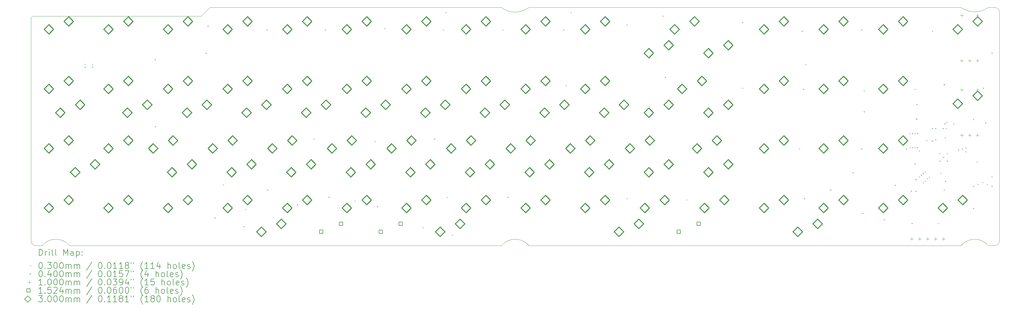
<source format=gbr>
%TF.GenerationSoftware,KiCad,Pcbnew,8.0.4-1.fc39*%
%TF.CreationDate,2024-09-17T21:02:33-04:00*%
%TF.ProjectId,Q9-Chimera,51392d43-6869-46d6-9572-612e6b696361,rev?*%
%TF.SameCoordinates,Original*%
%TF.FileFunction,Drillmap*%
%TF.FilePolarity,Positive*%
%FSLAX45Y45*%
G04 Gerber Fmt 4.5, Leading zero omitted, Abs format (unit mm)*
G04 Created by KiCad (PCBNEW 8.0.4-1.fc39) date 2024-09-17 21:02:33*
%MOMM*%
%LPD*%
G01*
G04 APERTURE LIST*
%ADD10C,0.050000*%
%ADD11C,0.200000*%
%ADD12C,0.100000*%
%ADD13C,0.152400*%
%ADD14C,0.300000*%
G04 APERTURE END LIST*
D10*
X1746250Y-9207500D02*
G75*
G02*
X1587500Y-9048750I0J158750D01*
G01*
X16629062Y-9207500D02*
G75*
G02*
X17502188Y-9207500I436563J-357187D01*
G01*
X1944687Y-9207500D02*
G75*
G02*
X2817812Y-9207500I436563J-357187D01*
G01*
X32186562Y-1587500D02*
G75*
G02*
X31313437Y-1587500I-436563J623476D01*
G01*
X32186562Y-9207500D02*
X32385000Y-9207500D01*
X17502188Y-9207500D02*
X31313437Y-9207500D01*
X32543750Y-9048750D02*
G75*
G02*
X32385000Y-9207500I-158750J0D01*
G01*
X7302500Y-1587500D02*
X7024687Y-1865312D01*
X1587500Y-1944687D02*
G75*
G02*
X1666875Y-1865310I79380J-3D01*
G01*
X1587500Y-1944687D02*
X1587500Y-9048750D01*
X17502188Y-1587500D02*
G75*
G02*
X16629062Y-1587500I-436563J568939D01*
G01*
X31313437Y-9207500D02*
G75*
G02*
X32186562Y-9207500I436563J-357187D01*
G01*
X1746250Y-9207500D02*
X1944687Y-9207500D01*
X7024687Y-1865312D02*
X1666875Y-1865312D01*
X32186562Y-1587500D02*
X32385000Y-1587500D01*
X17502188Y-1587500D02*
X31313437Y-1587500D01*
X16629062Y-1587500D02*
X7302500Y-1587500D01*
X32385000Y-1587500D02*
G75*
G02*
X32543750Y-1746250I0J-158750D01*
G01*
X16629062Y-9207500D02*
X2817812Y-9207500D01*
X32543750Y-1746250D02*
X32543750Y-9048750D01*
D11*
D12*
X3298905Y-3388202D02*
X3328905Y-3418202D01*
X3328905Y-3388202D02*
X3298905Y-3418202D01*
X3298905Y-3477498D02*
X3328905Y-3507498D01*
X3328905Y-3477498D02*
X3298905Y-3507498D01*
X3537030Y-3388202D02*
X3567030Y-3418202D01*
X3567030Y-3388202D02*
X3537030Y-3418202D01*
X3537030Y-3477498D02*
X3567030Y-3507498D01*
X3567030Y-3477498D02*
X3537030Y-3507498D01*
X5536747Y-3239375D02*
X5566747Y-3269375D01*
X5566747Y-3239375D02*
X5536747Y-3269375D01*
X5541250Y-5382500D02*
X5571250Y-5412500D01*
X5571250Y-5382500D02*
X5541250Y-5412500D01*
X7168433Y-3031014D02*
X7198433Y-3061014D01*
X7198433Y-3031014D02*
X7168433Y-3061014D01*
X7227964Y-2167812D02*
X7257964Y-2197812D01*
X7257964Y-2167812D02*
X7227964Y-2197812D01*
X7451206Y-8299532D02*
X7481206Y-8329532D01*
X7481206Y-8299532D02*
X7451206Y-8329532D01*
X7724062Y-7247812D02*
X7754062Y-7277812D01*
X7754062Y-7247812D02*
X7724062Y-7277812D01*
X8373940Y-8582305D02*
X8403940Y-8612305D01*
X8403940Y-8582305D02*
X8373940Y-8612305D01*
X8418588Y-8031642D02*
X8448588Y-8061642D01*
X8448588Y-8031642D02*
X8418588Y-8061642D01*
X9113125Y-2286875D02*
X9143125Y-2316875D01*
X9143125Y-2286875D02*
X9113125Y-2316875D01*
X9132975Y-7406561D02*
X9162975Y-7436561D01*
X9162975Y-7406561D02*
X9132975Y-7436561D01*
X10085462Y-7882814D02*
X10115462Y-7912814D01*
X10115462Y-7882814D02*
X10085462Y-7912814D01*
X10621250Y-5779375D02*
X10651250Y-5809375D01*
X10651250Y-5779375D02*
X10621250Y-5809375D01*
X10978438Y-2286875D02*
X11008438Y-2316875D01*
X11008438Y-2286875D02*
X10978438Y-2316875D01*
X11097500Y-7644687D02*
X11127500Y-7674687D01*
X11127500Y-7644687D02*
X11097500Y-7674687D01*
X11930937Y-7763750D02*
X11960937Y-7793750D01*
X11960937Y-7763750D02*
X11930937Y-7793750D01*
X12565937Y-5858750D02*
X12595937Y-5888750D01*
X12595937Y-5858750D02*
X12565937Y-5888750D01*
X12645322Y-7942343D02*
X12675322Y-7972343D01*
X12675322Y-7942343D02*
X12645322Y-7972343D01*
X12883437Y-2247188D02*
X12913437Y-2277188D01*
X12913437Y-2247188D02*
X12883437Y-2277188D01*
X14103818Y-8612071D02*
X14133818Y-8642071D01*
X14133818Y-8612071D02*
X14103818Y-8642071D01*
X14470937Y-5779375D02*
X14500937Y-5809375D01*
X14500937Y-5779375D02*
X14470937Y-5809375D01*
X14748750Y-2286875D02*
X14778750Y-2316875D01*
X14778750Y-2286875D02*
X14748750Y-2316875D01*
X14828125Y-1731250D02*
X14858125Y-1761250D01*
X14858125Y-1731250D02*
X14828125Y-1761250D01*
X14867812Y-7644687D02*
X14897812Y-7674687D01*
X14897812Y-7644687D02*
X14867812Y-7674687D01*
X15041434Y-8850196D02*
X15071434Y-8880196D01*
X15071434Y-8850196D02*
X15041434Y-8880196D01*
X16653750Y-2286875D02*
X16683750Y-2316875D01*
X16683750Y-2286875D02*
X16653750Y-2316875D01*
X16812500Y-7644687D02*
X16842500Y-7674687D01*
X16842500Y-7644687D02*
X16812500Y-7674687D01*
X18598438Y-2286875D02*
X18628438Y-2316875D01*
X18628438Y-2286875D02*
X18598438Y-2316875D01*
X18677813Y-4072812D02*
X18707813Y-4102812D01*
X18707813Y-4072812D02*
X18677813Y-4102812D01*
X18836563Y-1731250D02*
X18866563Y-1761250D01*
X18866563Y-1731250D02*
X18836563Y-1761250D01*
X20622500Y-2128125D02*
X20652500Y-2158125D01*
X20652500Y-2128125D02*
X20622500Y-2158125D01*
X20622500Y-7684375D02*
X20652500Y-7714375D01*
X20652500Y-7684375D02*
X20622500Y-7714375D01*
X21773438Y-1850312D02*
X21803438Y-1880312D01*
X21803438Y-1850312D02*
X21773438Y-1880312D01*
X21842874Y-3804920D02*
X21872874Y-3834920D01*
X21872874Y-3804920D02*
X21842874Y-3834920D01*
X22527500Y-7724062D02*
X22557500Y-7754062D01*
X22557500Y-7724062D02*
X22527500Y-7754062D01*
X24313437Y-2048750D02*
X24343437Y-2078750D01*
X24343437Y-2048750D02*
X24313437Y-2078750D01*
X24313437Y-4152187D02*
X24343437Y-4182187D01*
X24343437Y-4152187D02*
X24313437Y-4182187D01*
X26139062Y-6096875D02*
X26169062Y-6126875D01*
X26169062Y-6096875D02*
X26139062Y-6126875D01*
X26218437Y-2326563D02*
X26248437Y-2356563D01*
X26248437Y-2326563D02*
X26218437Y-2356563D01*
X26258125Y-4191875D02*
X26288125Y-4221875D01*
X26288125Y-4191875D02*
X26258125Y-4221875D01*
X26297812Y-7684375D02*
X26327812Y-7714375D01*
X26327812Y-7684375D02*
X26297812Y-7714375D01*
X26337500Y-3398125D02*
X26367500Y-3428125D01*
X26367500Y-3398125D02*
X26337500Y-3428125D01*
X27131250Y-7406562D02*
X27161250Y-7436562D01*
X27161250Y-7406562D02*
X27131250Y-7436562D01*
X27845625Y-6850937D02*
X27875625Y-6880937D01*
X27875625Y-6850937D02*
X27845625Y-6880937D01*
X28123437Y-2286875D02*
X28153437Y-2316875D01*
X28153437Y-2286875D02*
X28123437Y-2316875D01*
X28123437Y-6096875D02*
X28153437Y-6126875D01*
X28153437Y-6096875D02*
X28123437Y-6126875D01*
X28163125Y-8160625D02*
X28193125Y-8190625D01*
X28193125Y-8160625D02*
X28163125Y-8190625D01*
X28202812Y-4231563D02*
X28232812Y-4261563D01*
X28232812Y-4231563D02*
X28202812Y-4261563D01*
X28202812Y-4906250D02*
X28232812Y-4936250D01*
X28232812Y-4906250D02*
X28202812Y-4936250D01*
X28837812Y-8359062D02*
X28867812Y-8389063D01*
X28867812Y-8359062D02*
X28837812Y-8389063D01*
X29194977Y-7257730D02*
X29224977Y-7287730D01*
X29224977Y-7257730D02*
X29194977Y-7287730D01*
X29552187Y-6096875D02*
X29582187Y-6126875D01*
X29582187Y-6096875D02*
X29552187Y-6126875D01*
X29666889Y-5605112D02*
X29696889Y-5635112D01*
X29696889Y-5605112D02*
X29666889Y-5635112D01*
X29666889Y-6051596D02*
X29696889Y-6081596D01*
X29696889Y-6051596D02*
X29666889Y-6081596D01*
X29710937Y-7446250D02*
X29740937Y-7476250D01*
X29740937Y-7446250D02*
X29710937Y-7476250D01*
X29733303Y-8484375D02*
X29763303Y-8514375D01*
X29763303Y-8484375D02*
X29733303Y-8514375D01*
X29746889Y-5605112D02*
X29776889Y-5635112D01*
X29776889Y-5605112D02*
X29746889Y-5635112D01*
X29746889Y-6051596D02*
X29776889Y-6081596D01*
X29776889Y-6051596D02*
X29746889Y-6081596D01*
X29826890Y-5605112D02*
X29856890Y-5635112D01*
X29856890Y-5605112D02*
X29826890Y-5635112D01*
X29826890Y-6051596D02*
X29856890Y-6081596D01*
X29856890Y-6051596D02*
X29826890Y-6081596D01*
X29830000Y-4191875D02*
X29860000Y-4221875D01*
X29860000Y-4191875D02*
X29830000Y-4221875D01*
X29830000Y-6573125D02*
X29860000Y-6603125D01*
X29860000Y-6573125D02*
X29830000Y-6603125D01*
X29860366Y-7450580D02*
X29890366Y-7480580D01*
X29890366Y-7450580D02*
X29860366Y-7480580D01*
X29890130Y-4674375D02*
X29920130Y-4704375D01*
X29920130Y-4674375D02*
X29890130Y-4704375D01*
X29906890Y-5605112D02*
X29936890Y-5635112D01*
X29936890Y-5605112D02*
X29906890Y-5635112D01*
X29906890Y-6051596D02*
X29936890Y-6081596D01*
X29936890Y-6051596D02*
X29906890Y-6081596D01*
X29968882Y-6156402D02*
X29998882Y-6186402D01*
X29998882Y-6156402D02*
X29968882Y-6186402D01*
X29974264Y-6994377D02*
X30004264Y-7024377D01*
X30004264Y-6994377D02*
X29974264Y-7024377D01*
X30030833Y-6937808D02*
X30060833Y-6967808D01*
X30060833Y-6937808D02*
X30030833Y-6967808D01*
X30087401Y-6881239D02*
X30117401Y-6911239D01*
X30117401Y-6881239D02*
X30087401Y-6911239D01*
X30094311Y-7182689D02*
X30124311Y-7212689D01*
X30124311Y-7182689D02*
X30094311Y-7212689D01*
X30150929Y-6832616D02*
X30180929Y-6862616D01*
X30180929Y-6832616D02*
X30150929Y-6862616D01*
X30154311Y-7124989D02*
X30184311Y-7154989D01*
X30184311Y-7124989D02*
X30154311Y-7154989D01*
X30207007Y-5828981D02*
X30237007Y-5858981D01*
X30237007Y-5828981D02*
X30207007Y-5858981D01*
X30221151Y-7049659D02*
X30251151Y-7079659D01*
X30251151Y-7049659D02*
X30221151Y-7079659D01*
X30284173Y-7000382D02*
X30314173Y-7030382D01*
X30314173Y-7000382D02*
X30284173Y-7030382D01*
X30381264Y-5442028D02*
X30411264Y-5472028D01*
X30411264Y-5442028D02*
X30381264Y-5472028D01*
X30385625Y-2326563D02*
X30415625Y-2356563D01*
X30415625Y-2326563D02*
X30385625Y-2356563D01*
X30485443Y-5442028D02*
X30515443Y-5472028D01*
X30515443Y-5442028D02*
X30485443Y-5472028D01*
X30485443Y-5799215D02*
X30515443Y-5829215D01*
X30515443Y-5799215D02*
X30485443Y-5829215D01*
X30582741Y-8484375D02*
X30612741Y-8514375D01*
X30612741Y-8484375D02*
X30582741Y-8514375D01*
X30618451Y-6244135D02*
X30648451Y-6274135D01*
X30648451Y-6244135D02*
X30618451Y-6274135D01*
X30618451Y-6484135D02*
X30648451Y-6514135D01*
X30648451Y-6484135D02*
X30618451Y-6514135D01*
X30658451Y-6875830D02*
X30688451Y-6905830D01*
X30688451Y-6875830D02*
X30658451Y-6905830D01*
X30723568Y-5442028D02*
X30753568Y-5472028D01*
X30753568Y-5442028D02*
X30723568Y-5472028D01*
X30738451Y-6364135D02*
X30768451Y-6394135D01*
X30768451Y-6364135D02*
X30738451Y-6394135D01*
X30765421Y-7409872D02*
X30795421Y-7439872D01*
X30795421Y-7409872D02*
X30765421Y-7439872D01*
X30783099Y-5292574D02*
X30813099Y-5322574D01*
X30813099Y-5292574D02*
X30783099Y-5322574D01*
X30793697Y-5738829D02*
X30823697Y-5768829D01*
X30823697Y-5738829D02*
X30793697Y-5768829D01*
X30800777Y-7134100D02*
X30830777Y-7164100D01*
X30830777Y-7134100D02*
X30800777Y-7164100D01*
X30827748Y-5442028D02*
X30857748Y-5472028D01*
X30857748Y-5442028D02*
X30827748Y-5472028D01*
X30847279Y-5244815D02*
X30877279Y-5274815D01*
X30877279Y-5244815D02*
X30847279Y-5274815D01*
X30858451Y-6244135D02*
X30888451Y-6274135D01*
X30888451Y-6244135D02*
X30858451Y-6274135D01*
X30858451Y-6484135D02*
X30888451Y-6514135D01*
X30888451Y-6484135D02*
X30858451Y-6514135D01*
X31070210Y-5293200D02*
X31100210Y-5323200D01*
X31100210Y-5293200D02*
X31070210Y-5323200D01*
X31219038Y-6124135D02*
X31249038Y-6154135D01*
X31249038Y-6124135D02*
X31219038Y-6154135D01*
X31338100Y-6096871D02*
X31368100Y-6126871D01*
X31368100Y-6096871D02*
X31338100Y-6126871D01*
X31457162Y-6067106D02*
X31487162Y-6097106D01*
X31487162Y-6067106D02*
X31457162Y-6097106D01*
X31457162Y-6186168D02*
X31487162Y-6216168D01*
X31487162Y-6186168D02*
X31457162Y-6216168D01*
X31695287Y-7287495D02*
X31725287Y-7317495D01*
X31725287Y-7287495D02*
X31695287Y-7317495D01*
X31695312Y-8001875D02*
X31725312Y-8031875D01*
X31725312Y-8001875D02*
X31695312Y-8031875D01*
X31699855Y-5150625D02*
X31729855Y-5180625D01*
X31729855Y-5150625D02*
X31699855Y-5180625D01*
X31814350Y-6513590D02*
X31844350Y-6543590D01*
X31844350Y-6513590D02*
X31814350Y-6543590D01*
X31844115Y-7227964D02*
X31874115Y-7257964D01*
X31874115Y-7227964D02*
X31844115Y-7257964D01*
X31992943Y-7168433D02*
X32022943Y-7198433D01*
X32022943Y-7168433D02*
X31992943Y-7198433D01*
X32012812Y-4152187D02*
X32042812Y-4182187D01*
X32042812Y-4152187D02*
X32012812Y-4182187D01*
X32082240Y-5263434D02*
X32112240Y-5293434D01*
X32112240Y-5263434D02*
X32082240Y-5293434D01*
X32141771Y-7227964D02*
X32171771Y-7257964D01*
X32171771Y-7227964D02*
X32141771Y-7257964D01*
X32290599Y-3031014D02*
X32320599Y-3061014D01*
X32320599Y-3031014D02*
X32290599Y-3061014D01*
X32290599Y-6989839D02*
X32320599Y-7019839D01*
X32320599Y-6989839D02*
X32290599Y-7019839D01*
X32290599Y-7287495D02*
X32320599Y-7317495D01*
X32320599Y-7287495D02*
X32290599Y-7317495D01*
X29895366Y-7093510D02*
G75*
G02*
X29855366Y-7093510I-20000J0D01*
G01*
X29855366Y-7093510D02*
G75*
G02*
X29895366Y-7093510I20000J0D01*
G01*
X29914586Y-5159372D02*
G75*
G02*
X29874586Y-5159372I-20000J0D01*
G01*
X29874586Y-5159372D02*
G75*
G02*
X29914586Y-5159372I20000J0D01*
G01*
X30416264Y-5858237D02*
G75*
G02*
X30376264Y-5858237I-20000J0D01*
G01*
X30376264Y-5858237D02*
G75*
G02*
X30416264Y-5858237I20000J0D01*
G01*
X30803216Y-4057418D02*
G75*
G02*
X30763216Y-4057418I-20000J0D01*
G01*
X30763216Y-4057418D02*
G75*
G02*
X30803216Y-4057418I20000J0D01*
G01*
X29740428Y-8939211D02*
X29740428Y-9039211D01*
X29690428Y-8989211D02*
X29790428Y-8989211D01*
X29994428Y-8939211D02*
X29994428Y-9039211D01*
X29944428Y-8989211D02*
X30044428Y-8989211D01*
X30248428Y-8939211D02*
X30248428Y-9039211D01*
X30198428Y-8989211D02*
X30298428Y-8989211D01*
X30502428Y-8939211D02*
X30502428Y-9039211D01*
X30452428Y-8989211D02*
X30552428Y-8989211D01*
X30756428Y-8939211D02*
X30756428Y-9039211D01*
X30706428Y-8989211D02*
X30806428Y-8989211D01*
X31341250Y-1790000D02*
X31341250Y-1890000D01*
X31291250Y-1840000D02*
X31391250Y-1840000D01*
X31341250Y-3240000D02*
X31341250Y-3340000D01*
X31291250Y-3290000D02*
X31391250Y-3290000D01*
X31341250Y-4171250D02*
X31341250Y-4271250D01*
X31291250Y-4221250D02*
X31391250Y-4221250D01*
X31341250Y-5621250D02*
X31341250Y-5721250D01*
X31291250Y-5671250D02*
X31391250Y-5671250D01*
X31591250Y-3240000D02*
X31591250Y-3340000D01*
X31541250Y-3290000D02*
X31641250Y-3290000D01*
X31591250Y-5621250D02*
X31591250Y-5721250D01*
X31541250Y-5671250D02*
X31641250Y-5671250D01*
X31841250Y-1790000D02*
X31841250Y-1890000D01*
X31791250Y-1840000D02*
X31891250Y-1840000D01*
X31841250Y-3240000D02*
X31841250Y-3340000D01*
X31791250Y-3290000D02*
X31891250Y-3290000D01*
X31841250Y-4171250D02*
X31841250Y-4271250D01*
X31791250Y-4221250D02*
X31891250Y-4221250D01*
X31841250Y-5621250D02*
X31841250Y-5721250D01*
X31791250Y-5671250D02*
X31891250Y-5671250D01*
D13*
X10912382Y-8816882D02*
X10912382Y-8709118D01*
X10804618Y-8709118D01*
X10804618Y-8816882D01*
X10912382Y-8816882D01*
X11547382Y-8562882D02*
X11547382Y-8455118D01*
X11439618Y-8455118D01*
X11439618Y-8562882D01*
X11547382Y-8562882D01*
X12817372Y-8816881D02*
X12817372Y-8709117D01*
X12709608Y-8709117D01*
X12709608Y-8816881D01*
X12817372Y-8816881D01*
X13452372Y-8562881D02*
X13452372Y-8455117D01*
X13344608Y-8455117D01*
X13344608Y-8562881D01*
X13452372Y-8562881D01*
X22342382Y-8816882D02*
X22342382Y-8709118D01*
X22234618Y-8709118D01*
X22234618Y-8816882D01*
X22342382Y-8816882D01*
X22977382Y-8562882D02*
X22977382Y-8455118D01*
X22869618Y-8455118D01*
X22869618Y-8562882D01*
X22977382Y-8562882D01*
D14*
X2159000Y-2436000D02*
X2309000Y-2286000D01*
X2159000Y-2136000D01*
X2009000Y-2286000D01*
X2159000Y-2436000D01*
X2159000Y-4341000D02*
X2309000Y-4191000D01*
X2159000Y-4041000D01*
X2009000Y-4191000D01*
X2159000Y-4341000D01*
X2159000Y-6246000D02*
X2309000Y-6096000D01*
X2159000Y-5946000D01*
X2009000Y-6096000D01*
X2159000Y-6246000D01*
X2159000Y-8151000D02*
X2309000Y-8001000D01*
X2159000Y-7851000D01*
X2009000Y-8001000D01*
X2159000Y-8151000D01*
X2524124Y-5103000D02*
X2674124Y-4953000D01*
X2524124Y-4803000D01*
X2374124Y-4953000D01*
X2524124Y-5103000D01*
X2794000Y-2182000D02*
X2944000Y-2032000D01*
X2794000Y-1882000D01*
X2644000Y-2032000D01*
X2794000Y-2182000D01*
X2794000Y-4087000D02*
X2944000Y-3937000D01*
X2794000Y-3787000D01*
X2644000Y-3937000D01*
X2794000Y-4087000D01*
X2794000Y-5992000D02*
X2944000Y-5842000D01*
X2794000Y-5692000D01*
X2644000Y-5842000D01*
X2794000Y-5992000D01*
X2794000Y-7897000D02*
X2944000Y-7747000D01*
X2794000Y-7597000D01*
X2644000Y-7747000D01*
X2794000Y-7897000D01*
X3000374Y-7008000D02*
X3150374Y-6858000D01*
X3000374Y-6708000D01*
X2850374Y-6858000D01*
X3000374Y-7008000D01*
X3159124Y-4849000D02*
X3309124Y-4699000D01*
X3159124Y-4549000D01*
X3009124Y-4699000D01*
X3159124Y-4849000D01*
X3635374Y-6754000D02*
X3785374Y-6604000D01*
X3635374Y-6454000D01*
X3485374Y-6604000D01*
X3635374Y-6754000D01*
X4064000Y-2436000D02*
X4214000Y-2286000D01*
X4064000Y-2136000D01*
X3914000Y-2286000D01*
X4064000Y-2436000D01*
X4064000Y-4341000D02*
X4214000Y-4191000D01*
X4064000Y-4041000D01*
X3914000Y-4191000D01*
X4064000Y-4341000D01*
X4064000Y-6246000D02*
X4214000Y-6096000D01*
X4064000Y-5946000D01*
X3914000Y-6096000D01*
X4064000Y-6246000D01*
X4064000Y-8151000D02*
X4214000Y-8001000D01*
X4064000Y-7851000D01*
X3914000Y-8001000D01*
X4064000Y-8151000D01*
X4667247Y-5103000D02*
X4817247Y-4953000D01*
X4667247Y-4803000D01*
X4517247Y-4953000D01*
X4667247Y-5103000D01*
X4699000Y-2182000D02*
X4849000Y-2032000D01*
X4699000Y-1882000D01*
X4549000Y-2032000D01*
X4699000Y-2182000D01*
X4699000Y-4087000D02*
X4849000Y-3937000D01*
X4699000Y-3787000D01*
X4549000Y-3937000D01*
X4699000Y-4087000D01*
X4699000Y-5992000D02*
X4849000Y-5842000D01*
X4699000Y-5692000D01*
X4549000Y-5842000D01*
X4699000Y-5992000D01*
X4699000Y-7897000D02*
X4849000Y-7747000D01*
X4699000Y-7597000D01*
X4549000Y-7747000D01*
X4699000Y-7897000D01*
X5302247Y-4849000D02*
X5452247Y-4699000D01*
X5302247Y-4549000D01*
X5152247Y-4699000D01*
X5302247Y-4849000D01*
X5492746Y-6246000D02*
X5642746Y-6096000D01*
X5492746Y-5946000D01*
X5342746Y-6096000D01*
X5492746Y-6246000D01*
X5969000Y-2436000D02*
X6119000Y-2286000D01*
X5969000Y-2136000D01*
X5819000Y-2286000D01*
X5969000Y-2436000D01*
X5969000Y-4341000D02*
X6119000Y-4191000D01*
X5969000Y-4041000D01*
X5819000Y-4191000D01*
X5969000Y-4341000D01*
X5969000Y-8151000D02*
X6119000Y-8001000D01*
X5969000Y-7851000D01*
X5819000Y-8001000D01*
X5969000Y-8151000D01*
X6096000Y-7008000D02*
X6246000Y-6858000D01*
X6096000Y-6708000D01*
X5946000Y-6858000D01*
X6096000Y-7008000D01*
X6127746Y-5992000D02*
X6277746Y-5842000D01*
X6127746Y-5692000D01*
X5977746Y-5842000D01*
X6127746Y-5992000D01*
X6572246Y-5103000D02*
X6722246Y-4953000D01*
X6572246Y-4803000D01*
X6422246Y-4953000D01*
X6572246Y-5103000D01*
X6604000Y-2182000D02*
X6754000Y-2032000D01*
X6604000Y-1882000D01*
X6454000Y-2032000D01*
X6604000Y-2182000D01*
X6604000Y-4087000D02*
X6754000Y-3937000D01*
X6604000Y-3787000D01*
X6454000Y-3937000D01*
X6604000Y-4087000D01*
X6604000Y-7897000D02*
X6754000Y-7747000D01*
X6604000Y-7597000D01*
X6454000Y-7747000D01*
X6604000Y-7897000D01*
X6731000Y-6754000D02*
X6881000Y-6604000D01*
X6731000Y-6454000D01*
X6581000Y-6604000D01*
X6731000Y-6754000D01*
X7207246Y-4849000D02*
X7357246Y-4699000D01*
X7207246Y-4549000D01*
X7057246Y-4699000D01*
X7207246Y-4849000D01*
X7397745Y-6246000D02*
X7547745Y-6096000D01*
X7397745Y-5946000D01*
X7247745Y-6096000D01*
X7397745Y-6246000D01*
X7874000Y-2436000D02*
X8024000Y-2286000D01*
X7874000Y-2136000D01*
X7724000Y-2286000D01*
X7874000Y-2436000D01*
X7874000Y-4341000D02*
X8024000Y-4191000D01*
X7874000Y-4041000D01*
X7724000Y-4191000D01*
X7874000Y-4341000D01*
X7874000Y-8151000D02*
X8024000Y-8001000D01*
X7874000Y-7851000D01*
X7724000Y-8001000D01*
X7874000Y-8151000D01*
X8001000Y-7008000D02*
X8151000Y-6858000D01*
X8001000Y-6708000D01*
X7851000Y-6858000D01*
X8001000Y-7008000D01*
X8032745Y-5992000D02*
X8182745Y-5842000D01*
X8032745Y-5692000D01*
X7882745Y-5842000D01*
X8032745Y-5992000D01*
X8477244Y-5103000D02*
X8627244Y-4953000D01*
X8477244Y-4803000D01*
X8327244Y-4953000D01*
X8477244Y-5103000D01*
X8509000Y-2182000D02*
X8659000Y-2032000D01*
X8509000Y-1882000D01*
X8359000Y-2032000D01*
X8509000Y-2182000D01*
X8509000Y-4087000D02*
X8659000Y-3937000D01*
X8509000Y-3787000D01*
X8359000Y-3937000D01*
X8509000Y-4087000D01*
X8509000Y-7897000D02*
X8659000Y-7747000D01*
X8509000Y-7597000D01*
X8359000Y-7747000D01*
X8509000Y-7897000D01*
X8636000Y-6754000D02*
X8786000Y-6604000D01*
X8636000Y-6454000D01*
X8486000Y-6604000D01*
X8636000Y-6754000D01*
X8953500Y-8913000D02*
X9103500Y-8763000D01*
X8953500Y-8613000D01*
X8803500Y-8763000D01*
X8953500Y-8913000D01*
X9112244Y-4849000D02*
X9262244Y-4699000D01*
X9112244Y-4549000D01*
X8962244Y-4699000D01*
X9112244Y-4849000D01*
X9302743Y-6246000D02*
X9452743Y-6096000D01*
X9302743Y-5946000D01*
X9152743Y-6096000D01*
X9302743Y-6246000D01*
X9588500Y-8659000D02*
X9738500Y-8509000D01*
X9588500Y-8359000D01*
X9438500Y-8509000D01*
X9588500Y-8659000D01*
X9779000Y-2436000D02*
X9929000Y-2286000D01*
X9779000Y-2136000D01*
X9629000Y-2286000D01*
X9779000Y-2436000D01*
X9779000Y-4341000D02*
X9929000Y-4191000D01*
X9779000Y-4041000D01*
X9629000Y-4191000D01*
X9779000Y-4341000D01*
X9779000Y-8151000D02*
X9929000Y-8001000D01*
X9779000Y-7851000D01*
X9629000Y-8001000D01*
X9779000Y-8151000D01*
X9906000Y-7008000D02*
X10056000Y-6858000D01*
X9906000Y-6708000D01*
X9756000Y-6858000D01*
X9906000Y-7008000D01*
X9937743Y-5992000D02*
X10087743Y-5842000D01*
X9937743Y-5692000D01*
X9787743Y-5842000D01*
X9937743Y-5992000D01*
X10382242Y-5103000D02*
X10532242Y-4953000D01*
X10382242Y-4803000D01*
X10232242Y-4953000D01*
X10382242Y-5103000D01*
X10414000Y-2182000D02*
X10564000Y-2032000D01*
X10414000Y-1882000D01*
X10264000Y-2032000D01*
X10414000Y-2182000D01*
X10414000Y-4087000D02*
X10564000Y-3937000D01*
X10414000Y-3787000D01*
X10264000Y-3937000D01*
X10414000Y-4087000D01*
X10414000Y-7897000D02*
X10564000Y-7747000D01*
X10414000Y-7597000D01*
X10264000Y-7747000D01*
X10414000Y-7897000D01*
X10541000Y-6754000D02*
X10691000Y-6604000D01*
X10541000Y-6454000D01*
X10391000Y-6604000D01*
X10541000Y-6754000D01*
X11017242Y-4849000D02*
X11167242Y-4699000D01*
X11017242Y-4549000D01*
X10867242Y-4699000D01*
X11017242Y-4849000D01*
X11207742Y-6246000D02*
X11357742Y-6096000D01*
X11207742Y-5946000D01*
X11057742Y-6096000D01*
X11207742Y-6246000D01*
X11684000Y-2436000D02*
X11834000Y-2286000D01*
X11684000Y-2136000D01*
X11534000Y-2286000D01*
X11684000Y-2436000D01*
X11684000Y-4341000D02*
X11834000Y-4191000D01*
X11684000Y-4041000D01*
X11534000Y-4191000D01*
X11684000Y-4341000D01*
X11684000Y-8151000D02*
X11834000Y-8001000D01*
X11684000Y-7851000D01*
X11534000Y-8001000D01*
X11684000Y-8151000D01*
X11811000Y-7008000D02*
X11961000Y-6858000D01*
X11811000Y-6708000D01*
X11661000Y-6858000D01*
X11811000Y-7008000D01*
X11842742Y-5992000D02*
X11992742Y-5842000D01*
X11842742Y-5692000D01*
X11692742Y-5842000D01*
X11842742Y-5992000D01*
X12287241Y-5103000D02*
X12437241Y-4953000D01*
X12287241Y-4803000D01*
X12137241Y-4953000D01*
X12287241Y-5103000D01*
X12319000Y-2182000D02*
X12469000Y-2032000D01*
X12319000Y-1882000D01*
X12169000Y-2032000D01*
X12319000Y-2182000D01*
X12319000Y-4087000D02*
X12469000Y-3937000D01*
X12319000Y-3787000D01*
X12169000Y-3937000D01*
X12319000Y-4087000D01*
X12319000Y-7897000D02*
X12469000Y-7747000D01*
X12319000Y-7597000D01*
X12169000Y-7747000D01*
X12319000Y-7897000D01*
X12446000Y-6754000D02*
X12596000Y-6604000D01*
X12446000Y-6454000D01*
X12296000Y-6604000D01*
X12446000Y-6754000D01*
X12922241Y-4849000D02*
X13072241Y-4699000D01*
X12922241Y-4549000D01*
X12772241Y-4699000D01*
X12922241Y-4849000D01*
X13112740Y-6246000D02*
X13262740Y-6096000D01*
X13112740Y-5946000D01*
X12962740Y-6096000D01*
X13112740Y-6246000D01*
X13589000Y-2436000D02*
X13739000Y-2286000D01*
X13589000Y-2136000D01*
X13439000Y-2286000D01*
X13589000Y-2436000D01*
X13589000Y-4341000D02*
X13739000Y-4191000D01*
X13589000Y-4041000D01*
X13439000Y-4191000D01*
X13589000Y-4341000D01*
X13589000Y-8151000D02*
X13739000Y-8001000D01*
X13589000Y-7851000D01*
X13439000Y-8001000D01*
X13589000Y-8151000D01*
X13716000Y-7008000D02*
X13866000Y-6858000D01*
X13716000Y-6708000D01*
X13566000Y-6858000D01*
X13716000Y-7008000D01*
X13747740Y-5992000D02*
X13897740Y-5842000D01*
X13747740Y-5692000D01*
X13597740Y-5842000D01*
X13747740Y-5992000D01*
X14192239Y-5103000D02*
X14342239Y-4953000D01*
X14192239Y-4803000D01*
X14042239Y-4953000D01*
X14192239Y-5103000D01*
X14224000Y-2182000D02*
X14374000Y-2032000D01*
X14224000Y-1882000D01*
X14074000Y-2032000D01*
X14224000Y-2182000D01*
X14224000Y-4087000D02*
X14374000Y-3937000D01*
X14224000Y-3787000D01*
X14074000Y-3937000D01*
X14224000Y-4087000D01*
X14224000Y-7897000D02*
X14374000Y-7747000D01*
X14224000Y-7597000D01*
X14074000Y-7747000D01*
X14224000Y-7897000D01*
X14351000Y-6754000D02*
X14501000Y-6604000D01*
X14351000Y-6454000D01*
X14201000Y-6604000D01*
X14351000Y-6754000D01*
X14668500Y-8913000D02*
X14818500Y-8763000D01*
X14668500Y-8613000D01*
X14518500Y-8763000D01*
X14668500Y-8913000D01*
X14827239Y-4849000D02*
X14977239Y-4699000D01*
X14827239Y-4549000D01*
X14677239Y-4699000D01*
X14827239Y-4849000D01*
X15017738Y-6246000D02*
X15167738Y-6096000D01*
X15017738Y-5946000D01*
X14867738Y-6096000D01*
X15017738Y-6246000D01*
X15303500Y-8659000D02*
X15453500Y-8509000D01*
X15303500Y-8359000D01*
X15153500Y-8509000D01*
X15303500Y-8659000D01*
X15494000Y-2436000D02*
X15644000Y-2286000D01*
X15494000Y-2136000D01*
X15344000Y-2286000D01*
X15494000Y-2436000D01*
X15494000Y-4341000D02*
X15644000Y-4191000D01*
X15494000Y-4041000D01*
X15344000Y-4191000D01*
X15494000Y-4341000D01*
X15494000Y-8151000D02*
X15644000Y-8001000D01*
X15494000Y-7851000D01*
X15344000Y-8001000D01*
X15494000Y-8151000D01*
X15621000Y-7008000D02*
X15771000Y-6858000D01*
X15621000Y-6708000D01*
X15471000Y-6858000D01*
X15621000Y-7008000D01*
X15652738Y-5992000D02*
X15802738Y-5842000D01*
X15652738Y-5692000D01*
X15502738Y-5842000D01*
X15652738Y-5992000D01*
X16097238Y-5103000D02*
X16247238Y-4953000D01*
X16097238Y-4803000D01*
X15947238Y-4953000D01*
X16097238Y-5103000D01*
X16129000Y-2182000D02*
X16279000Y-2032000D01*
X16129000Y-1882000D01*
X15979000Y-2032000D01*
X16129000Y-2182000D01*
X16129000Y-4087000D02*
X16279000Y-3937000D01*
X16129000Y-3787000D01*
X15979000Y-3937000D01*
X16129000Y-4087000D01*
X16129000Y-7897000D02*
X16279000Y-7747000D01*
X16129000Y-7597000D01*
X15979000Y-7747000D01*
X16129000Y-7897000D01*
X16256000Y-6754000D02*
X16406000Y-6604000D01*
X16256000Y-6454000D01*
X16106000Y-6604000D01*
X16256000Y-6754000D01*
X16732238Y-4849000D02*
X16882238Y-4699000D01*
X16732238Y-4549000D01*
X16582238Y-4699000D01*
X16732238Y-4849000D01*
X16922737Y-6246000D02*
X17072737Y-6096000D01*
X16922737Y-5946000D01*
X16772737Y-6096000D01*
X16922737Y-6246000D01*
X17399000Y-2436000D02*
X17549000Y-2286000D01*
X17399000Y-2136000D01*
X17249000Y-2286000D01*
X17399000Y-2436000D01*
X17399000Y-4341000D02*
X17549000Y-4191000D01*
X17399000Y-4041000D01*
X17249000Y-4191000D01*
X17399000Y-4341000D01*
X17399000Y-8151000D02*
X17549000Y-8001000D01*
X17399000Y-7851000D01*
X17249000Y-8001000D01*
X17399000Y-8151000D01*
X17526000Y-7008000D02*
X17676000Y-6858000D01*
X17526000Y-6708000D01*
X17376000Y-6858000D01*
X17526000Y-7008000D01*
X17557737Y-5992000D02*
X17707737Y-5842000D01*
X17557737Y-5692000D01*
X17407737Y-5842000D01*
X17557737Y-5992000D01*
X18002236Y-5103000D02*
X18152236Y-4953000D01*
X18002236Y-4803000D01*
X17852236Y-4953000D01*
X18002236Y-5103000D01*
X18034000Y-2182000D02*
X18184000Y-2032000D01*
X18034000Y-1882000D01*
X17884000Y-2032000D01*
X18034000Y-2182000D01*
X18034000Y-4087000D02*
X18184000Y-3937000D01*
X18034000Y-3787000D01*
X17884000Y-3937000D01*
X18034000Y-4087000D01*
X18034000Y-7897000D02*
X18184000Y-7747000D01*
X18034000Y-7597000D01*
X17884000Y-7747000D01*
X18034000Y-7897000D01*
X18161000Y-6754000D02*
X18311000Y-6604000D01*
X18161000Y-6454000D01*
X18011000Y-6604000D01*
X18161000Y-6754000D01*
X18637236Y-4849000D02*
X18787236Y-4699000D01*
X18637236Y-4549000D01*
X18487236Y-4699000D01*
X18637236Y-4849000D01*
X18827735Y-6246000D02*
X18977735Y-6096000D01*
X18827735Y-5946000D01*
X18677735Y-6096000D01*
X18827735Y-6246000D01*
X19304000Y-2436000D02*
X19454000Y-2286000D01*
X19304000Y-2136000D01*
X19154000Y-2286000D01*
X19304000Y-2436000D01*
X19304000Y-4341000D02*
X19454000Y-4191000D01*
X19304000Y-4041000D01*
X19154000Y-4191000D01*
X19304000Y-4341000D01*
X19304000Y-8151000D02*
X19454000Y-8001000D01*
X19304000Y-7851000D01*
X19154000Y-8001000D01*
X19304000Y-8151000D01*
X19431000Y-7008000D02*
X19581000Y-6858000D01*
X19431000Y-6708000D01*
X19281000Y-6858000D01*
X19431000Y-7008000D01*
X19462735Y-5992000D02*
X19612735Y-5842000D01*
X19462735Y-5692000D01*
X19312735Y-5842000D01*
X19462735Y-5992000D01*
X19907234Y-5103000D02*
X20057234Y-4953000D01*
X19907234Y-4803000D01*
X19757234Y-4953000D01*
X19907234Y-5103000D01*
X19939000Y-2182000D02*
X20089000Y-2032000D01*
X19939000Y-1882000D01*
X19789000Y-2032000D01*
X19939000Y-2182000D01*
X19939000Y-4087000D02*
X20089000Y-3937000D01*
X19939000Y-3787000D01*
X19789000Y-3937000D01*
X19939000Y-4087000D01*
X19939000Y-7897000D02*
X20089000Y-7747000D01*
X19939000Y-7597000D01*
X19789000Y-7747000D01*
X19939000Y-7897000D01*
X20066000Y-6754000D02*
X20216000Y-6604000D01*
X20066000Y-6454000D01*
X19916000Y-6604000D01*
X20066000Y-6754000D01*
X20383500Y-8913000D02*
X20533500Y-8763000D01*
X20383500Y-8613000D01*
X20233500Y-8763000D01*
X20383500Y-8913000D01*
X20542234Y-4849000D02*
X20692234Y-4699000D01*
X20542234Y-4549000D01*
X20392234Y-4699000D01*
X20542234Y-4849000D01*
X20732734Y-6246000D02*
X20882734Y-6096000D01*
X20732734Y-5946000D01*
X20582734Y-6096000D01*
X20732734Y-6246000D01*
X21018500Y-8659000D02*
X21168500Y-8509000D01*
X21018500Y-8359000D01*
X20868500Y-8509000D01*
X21018500Y-8659000D01*
X21209000Y-8151000D02*
X21359000Y-8001000D01*
X21209000Y-7851000D01*
X21059000Y-8001000D01*
X21209000Y-8151000D01*
X21336000Y-3198000D02*
X21486000Y-3048000D01*
X21336000Y-2898000D01*
X21186000Y-3048000D01*
X21336000Y-3198000D01*
X21336000Y-5103000D02*
X21486000Y-4953000D01*
X21336000Y-4803000D01*
X21186000Y-4953000D01*
X21336000Y-5103000D01*
X21336000Y-7008000D02*
X21486000Y-6858000D01*
X21336000Y-6708000D01*
X21186000Y-6858000D01*
X21336000Y-7008000D01*
X21367734Y-5992000D02*
X21517734Y-5842000D01*
X21367734Y-5692000D01*
X21217734Y-5842000D01*
X21367734Y-5992000D01*
X21844000Y-7897000D02*
X21994000Y-7747000D01*
X21844000Y-7597000D01*
X21694000Y-7747000D01*
X21844000Y-7897000D01*
X21971000Y-2944000D02*
X22121000Y-2794000D01*
X21971000Y-2644000D01*
X21821000Y-2794000D01*
X21971000Y-2944000D01*
X21971000Y-4849000D02*
X22121000Y-4699000D01*
X21971000Y-4549000D01*
X21821000Y-4699000D01*
X21971000Y-4849000D01*
X21971000Y-6754000D02*
X22121000Y-6604000D01*
X21971000Y-6454000D01*
X21821000Y-6604000D01*
X21971000Y-6754000D01*
X22161482Y-2435999D02*
X22311482Y-2285999D01*
X22161482Y-2135999D01*
X22011482Y-2285999D01*
X22161482Y-2435999D01*
X22399607Y-4341000D02*
X22549607Y-4191000D01*
X22399607Y-4041000D01*
X22249607Y-4191000D01*
X22399607Y-4341000D01*
X22796482Y-2181999D02*
X22946482Y-2031999D01*
X22796482Y-1881999D01*
X22646482Y-2031999D01*
X22796482Y-2181999D01*
X22875857Y-6246000D02*
X23025857Y-6096000D01*
X22875857Y-5946000D01*
X22725857Y-6096000D01*
X22875857Y-6246000D01*
X23034607Y-4087000D02*
X23184607Y-3937000D01*
X23034607Y-3787000D01*
X22884607Y-3937000D01*
X23034607Y-4087000D01*
X23114000Y-8151000D02*
X23264000Y-8001000D01*
X23114000Y-7851000D01*
X22964000Y-8001000D01*
X23114000Y-8151000D01*
X23241000Y-3198000D02*
X23391000Y-3048000D01*
X23241000Y-2898000D01*
X23091000Y-3048000D01*
X23241000Y-3198000D01*
X23241000Y-5103000D02*
X23391000Y-4953000D01*
X23241000Y-4803000D01*
X23091000Y-4953000D01*
X23241000Y-5103000D01*
X23241000Y-7008000D02*
X23391000Y-6858000D01*
X23241000Y-6708000D01*
X23091000Y-6858000D01*
X23241000Y-7008000D01*
X23510857Y-5992000D02*
X23660857Y-5842000D01*
X23510857Y-5692000D01*
X23360857Y-5842000D01*
X23510857Y-5992000D01*
X23749000Y-7897000D02*
X23899000Y-7747000D01*
X23749000Y-7597000D01*
X23599000Y-7747000D01*
X23749000Y-7897000D01*
X23876000Y-2944000D02*
X24026000Y-2794000D01*
X23876000Y-2644000D01*
X23726000Y-2794000D01*
X23876000Y-2944000D01*
X23876000Y-4849000D02*
X24026000Y-4699000D01*
X23876000Y-4549000D01*
X23726000Y-4699000D01*
X23876000Y-4849000D01*
X23876000Y-6754000D02*
X24026000Y-6604000D01*
X23876000Y-6454000D01*
X23726000Y-6604000D01*
X23876000Y-6754000D01*
X25019000Y-2436000D02*
X25169000Y-2286000D01*
X25019000Y-2136000D01*
X24869000Y-2286000D01*
X25019000Y-2436000D01*
X25019000Y-4341000D02*
X25169000Y-4191000D01*
X25019000Y-4041000D01*
X24869000Y-4191000D01*
X25019000Y-4341000D01*
X25019000Y-6246000D02*
X25169000Y-6096000D01*
X25019000Y-5946000D01*
X24869000Y-6096000D01*
X25019000Y-6246000D01*
X25019000Y-8151000D02*
X25169000Y-8001000D01*
X25019000Y-7851000D01*
X24869000Y-8001000D01*
X25019000Y-8151000D01*
X25654000Y-2182000D02*
X25804000Y-2032000D01*
X25654000Y-1882000D01*
X25504000Y-2032000D01*
X25654000Y-2182000D01*
X25654000Y-4087000D02*
X25804000Y-3937000D01*
X25654000Y-3787000D01*
X25504000Y-3937000D01*
X25654000Y-4087000D01*
X25654000Y-5992000D02*
X25804000Y-5842000D01*
X25654000Y-5692000D01*
X25504000Y-5842000D01*
X25654000Y-5992000D01*
X25654000Y-7897000D02*
X25804000Y-7747000D01*
X25654000Y-7597000D01*
X25504000Y-7747000D01*
X25654000Y-7897000D01*
X26098479Y-8913000D02*
X26248479Y-8763000D01*
X26098479Y-8613000D01*
X25948479Y-8763000D01*
X26098479Y-8913000D01*
X26733479Y-8659000D02*
X26883479Y-8509000D01*
X26733479Y-8359000D01*
X26583479Y-8509000D01*
X26733479Y-8659000D01*
X26924000Y-2436000D02*
X27074000Y-2286000D01*
X26924000Y-2136000D01*
X26774000Y-2286000D01*
X26924000Y-2436000D01*
X26924000Y-4341000D02*
X27074000Y-4191000D01*
X26924000Y-4041000D01*
X26774000Y-4191000D01*
X26924000Y-4341000D01*
X26924000Y-6246000D02*
X27074000Y-6096000D01*
X26924000Y-5946000D01*
X26774000Y-6096000D01*
X26924000Y-6246000D01*
X26924000Y-8151000D02*
X27074000Y-8001000D01*
X26924000Y-7851000D01*
X26774000Y-8001000D01*
X26924000Y-8151000D01*
X27559000Y-2182000D02*
X27709000Y-2032000D01*
X27559000Y-1882000D01*
X27409000Y-2032000D01*
X27559000Y-2182000D01*
X27559000Y-4087000D02*
X27709000Y-3937000D01*
X27559000Y-3787000D01*
X27409000Y-3937000D01*
X27559000Y-4087000D01*
X27559000Y-5992000D02*
X27709000Y-5842000D01*
X27559000Y-5692000D01*
X27409000Y-5842000D01*
X27559000Y-5992000D01*
X27559000Y-7897000D02*
X27709000Y-7747000D01*
X27559000Y-7597000D01*
X27409000Y-7747000D01*
X27559000Y-7897000D01*
X28829000Y-2436000D02*
X28979000Y-2286000D01*
X28829000Y-2136000D01*
X28679000Y-2286000D01*
X28829000Y-2436000D01*
X28829000Y-4341000D02*
X28979000Y-4191000D01*
X28829000Y-4041000D01*
X28679000Y-4191000D01*
X28829000Y-4341000D01*
X28829000Y-6246000D02*
X28979000Y-6096000D01*
X28829000Y-5946000D01*
X28679000Y-6096000D01*
X28829000Y-6246000D01*
X28829000Y-8151000D02*
X28979000Y-8001000D01*
X28829000Y-7851000D01*
X28679000Y-8001000D01*
X28829000Y-8151000D01*
X29464000Y-2182000D02*
X29614000Y-2032000D01*
X29464000Y-1882000D01*
X29314000Y-2032000D01*
X29464000Y-2182000D01*
X29464000Y-4087000D02*
X29614000Y-3937000D01*
X29464000Y-3787000D01*
X29314000Y-3937000D01*
X29464000Y-4087000D01*
X29464000Y-5992000D02*
X29614000Y-5842000D01*
X29464000Y-5692000D01*
X29314000Y-5842000D01*
X29464000Y-5992000D01*
X29464000Y-7897000D02*
X29614000Y-7747000D01*
X29464000Y-7597000D01*
X29314000Y-7747000D01*
X29464000Y-7897000D01*
X30734000Y-8151000D02*
X30884000Y-8001000D01*
X30734000Y-7851000D01*
X30584000Y-8001000D01*
X30734000Y-8151000D01*
X31210250Y-2436000D02*
X31360250Y-2286000D01*
X31210250Y-2136000D01*
X31060250Y-2286000D01*
X31210250Y-2436000D01*
X31210250Y-4817250D02*
X31360250Y-4667250D01*
X31210250Y-4517250D01*
X31060250Y-4667250D01*
X31210250Y-4817250D01*
X31369000Y-7897000D02*
X31519000Y-7747000D01*
X31369000Y-7597000D01*
X31219000Y-7747000D01*
X31369000Y-7897000D01*
X31845250Y-2182000D02*
X31995250Y-2032000D01*
X31845250Y-1882000D01*
X31695250Y-2032000D01*
X31845250Y-2182000D01*
X31845250Y-4563250D02*
X31995250Y-4413250D01*
X31845250Y-4263250D01*
X31695250Y-4413250D01*
X31845250Y-4563250D01*
D11*
X1845777Y-9521484D02*
X1845777Y-9321484D01*
X1845777Y-9321484D02*
X1893396Y-9321484D01*
X1893396Y-9321484D02*
X1921967Y-9331008D01*
X1921967Y-9331008D02*
X1941015Y-9350055D01*
X1941015Y-9350055D02*
X1950539Y-9369103D01*
X1950539Y-9369103D02*
X1960062Y-9407198D01*
X1960062Y-9407198D02*
X1960062Y-9435770D01*
X1960062Y-9435770D02*
X1950539Y-9473865D01*
X1950539Y-9473865D02*
X1941015Y-9492912D01*
X1941015Y-9492912D02*
X1921967Y-9511960D01*
X1921967Y-9511960D02*
X1893396Y-9521484D01*
X1893396Y-9521484D02*
X1845777Y-9521484D01*
X2045777Y-9521484D02*
X2045777Y-9388150D01*
X2045777Y-9426246D02*
X2055301Y-9407198D01*
X2055301Y-9407198D02*
X2064824Y-9397674D01*
X2064824Y-9397674D02*
X2083872Y-9388150D01*
X2083872Y-9388150D02*
X2102920Y-9388150D01*
X2169586Y-9521484D02*
X2169586Y-9388150D01*
X2169586Y-9321484D02*
X2160063Y-9331008D01*
X2160063Y-9331008D02*
X2169586Y-9340531D01*
X2169586Y-9340531D02*
X2179110Y-9331008D01*
X2179110Y-9331008D02*
X2169586Y-9321484D01*
X2169586Y-9321484D02*
X2169586Y-9340531D01*
X2293396Y-9521484D02*
X2274348Y-9511960D01*
X2274348Y-9511960D02*
X2264824Y-9492912D01*
X2264824Y-9492912D02*
X2264824Y-9321484D01*
X2398158Y-9521484D02*
X2379110Y-9511960D01*
X2379110Y-9511960D02*
X2369586Y-9492912D01*
X2369586Y-9492912D02*
X2369586Y-9321484D01*
X2626729Y-9521484D02*
X2626729Y-9321484D01*
X2626729Y-9321484D02*
X2693396Y-9464341D01*
X2693396Y-9464341D02*
X2760063Y-9321484D01*
X2760063Y-9321484D02*
X2760063Y-9521484D01*
X2941015Y-9521484D02*
X2941015Y-9416722D01*
X2941015Y-9416722D02*
X2931491Y-9397674D01*
X2931491Y-9397674D02*
X2912443Y-9388150D01*
X2912443Y-9388150D02*
X2874348Y-9388150D01*
X2874348Y-9388150D02*
X2855301Y-9397674D01*
X2941015Y-9511960D02*
X2921967Y-9521484D01*
X2921967Y-9521484D02*
X2874348Y-9521484D01*
X2874348Y-9521484D02*
X2855301Y-9511960D01*
X2855301Y-9511960D02*
X2845777Y-9492912D01*
X2845777Y-9492912D02*
X2845777Y-9473865D01*
X2845777Y-9473865D02*
X2855301Y-9454817D01*
X2855301Y-9454817D02*
X2874348Y-9445293D01*
X2874348Y-9445293D02*
X2921967Y-9445293D01*
X2921967Y-9445293D02*
X2941015Y-9435770D01*
X3036253Y-9388150D02*
X3036253Y-9588150D01*
X3036253Y-9397674D02*
X3055301Y-9388150D01*
X3055301Y-9388150D02*
X3093396Y-9388150D01*
X3093396Y-9388150D02*
X3112443Y-9397674D01*
X3112443Y-9397674D02*
X3121967Y-9407198D01*
X3121967Y-9407198D02*
X3131491Y-9426246D01*
X3131491Y-9426246D02*
X3131491Y-9483389D01*
X3131491Y-9483389D02*
X3121967Y-9502436D01*
X3121967Y-9502436D02*
X3112443Y-9511960D01*
X3112443Y-9511960D02*
X3093396Y-9521484D01*
X3093396Y-9521484D02*
X3055301Y-9521484D01*
X3055301Y-9521484D02*
X3036253Y-9511960D01*
X3217205Y-9502436D02*
X3226729Y-9511960D01*
X3226729Y-9511960D02*
X3217205Y-9521484D01*
X3217205Y-9521484D02*
X3207682Y-9511960D01*
X3207682Y-9511960D02*
X3217205Y-9502436D01*
X3217205Y-9502436D02*
X3217205Y-9521484D01*
X3217205Y-9397674D02*
X3226729Y-9407198D01*
X3226729Y-9407198D02*
X3217205Y-9416722D01*
X3217205Y-9416722D02*
X3207682Y-9407198D01*
X3207682Y-9407198D02*
X3217205Y-9397674D01*
X3217205Y-9397674D02*
X3217205Y-9416722D01*
D12*
X1555000Y-9835000D02*
X1585000Y-9865000D01*
X1585000Y-9835000D02*
X1555000Y-9865000D01*
D11*
X1883872Y-9741484D02*
X1902920Y-9741484D01*
X1902920Y-9741484D02*
X1921967Y-9751008D01*
X1921967Y-9751008D02*
X1931491Y-9760531D01*
X1931491Y-9760531D02*
X1941015Y-9779579D01*
X1941015Y-9779579D02*
X1950539Y-9817674D01*
X1950539Y-9817674D02*
X1950539Y-9865293D01*
X1950539Y-9865293D02*
X1941015Y-9903389D01*
X1941015Y-9903389D02*
X1931491Y-9922436D01*
X1931491Y-9922436D02*
X1921967Y-9931960D01*
X1921967Y-9931960D02*
X1902920Y-9941484D01*
X1902920Y-9941484D02*
X1883872Y-9941484D01*
X1883872Y-9941484D02*
X1864824Y-9931960D01*
X1864824Y-9931960D02*
X1855301Y-9922436D01*
X1855301Y-9922436D02*
X1845777Y-9903389D01*
X1845777Y-9903389D02*
X1836253Y-9865293D01*
X1836253Y-9865293D02*
X1836253Y-9817674D01*
X1836253Y-9817674D02*
X1845777Y-9779579D01*
X1845777Y-9779579D02*
X1855301Y-9760531D01*
X1855301Y-9760531D02*
X1864824Y-9751008D01*
X1864824Y-9751008D02*
X1883872Y-9741484D01*
X2036253Y-9922436D02*
X2045777Y-9931960D01*
X2045777Y-9931960D02*
X2036253Y-9941484D01*
X2036253Y-9941484D02*
X2026729Y-9931960D01*
X2026729Y-9931960D02*
X2036253Y-9922436D01*
X2036253Y-9922436D02*
X2036253Y-9941484D01*
X2112444Y-9741484D02*
X2236253Y-9741484D01*
X2236253Y-9741484D02*
X2169586Y-9817674D01*
X2169586Y-9817674D02*
X2198158Y-9817674D01*
X2198158Y-9817674D02*
X2217205Y-9827198D01*
X2217205Y-9827198D02*
X2226729Y-9836722D01*
X2226729Y-9836722D02*
X2236253Y-9855770D01*
X2236253Y-9855770D02*
X2236253Y-9903389D01*
X2236253Y-9903389D02*
X2226729Y-9922436D01*
X2226729Y-9922436D02*
X2217205Y-9931960D01*
X2217205Y-9931960D02*
X2198158Y-9941484D01*
X2198158Y-9941484D02*
X2141015Y-9941484D01*
X2141015Y-9941484D02*
X2121967Y-9931960D01*
X2121967Y-9931960D02*
X2112444Y-9922436D01*
X2360063Y-9741484D02*
X2379110Y-9741484D01*
X2379110Y-9741484D02*
X2398158Y-9751008D01*
X2398158Y-9751008D02*
X2407682Y-9760531D01*
X2407682Y-9760531D02*
X2417205Y-9779579D01*
X2417205Y-9779579D02*
X2426729Y-9817674D01*
X2426729Y-9817674D02*
X2426729Y-9865293D01*
X2426729Y-9865293D02*
X2417205Y-9903389D01*
X2417205Y-9903389D02*
X2407682Y-9922436D01*
X2407682Y-9922436D02*
X2398158Y-9931960D01*
X2398158Y-9931960D02*
X2379110Y-9941484D01*
X2379110Y-9941484D02*
X2360063Y-9941484D01*
X2360063Y-9941484D02*
X2341015Y-9931960D01*
X2341015Y-9931960D02*
X2331491Y-9922436D01*
X2331491Y-9922436D02*
X2321967Y-9903389D01*
X2321967Y-9903389D02*
X2312444Y-9865293D01*
X2312444Y-9865293D02*
X2312444Y-9817674D01*
X2312444Y-9817674D02*
X2321967Y-9779579D01*
X2321967Y-9779579D02*
X2331491Y-9760531D01*
X2331491Y-9760531D02*
X2341015Y-9751008D01*
X2341015Y-9751008D02*
X2360063Y-9741484D01*
X2550539Y-9741484D02*
X2569586Y-9741484D01*
X2569586Y-9741484D02*
X2588634Y-9751008D01*
X2588634Y-9751008D02*
X2598158Y-9760531D01*
X2598158Y-9760531D02*
X2607682Y-9779579D01*
X2607682Y-9779579D02*
X2617205Y-9817674D01*
X2617205Y-9817674D02*
X2617205Y-9865293D01*
X2617205Y-9865293D02*
X2607682Y-9903389D01*
X2607682Y-9903389D02*
X2598158Y-9922436D01*
X2598158Y-9922436D02*
X2588634Y-9931960D01*
X2588634Y-9931960D02*
X2569586Y-9941484D01*
X2569586Y-9941484D02*
X2550539Y-9941484D01*
X2550539Y-9941484D02*
X2531491Y-9931960D01*
X2531491Y-9931960D02*
X2521967Y-9922436D01*
X2521967Y-9922436D02*
X2512444Y-9903389D01*
X2512444Y-9903389D02*
X2502920Y-9865293D01*
X2502920Y-9865293D02*
X2502920Y-9817674D01*
X2502920Y-9817674D02*
X2512444Y-9779579D01*
X2512444Y-9779579D02*
X2521967Y-9760531D01*
X2521967Y-9760531D02*
X2531491Y-9751008D01*
X2531491Y-9751008D02*
X2550539Y-9741484D01*
X2702920Y-9941484D02*
X2702920Y-9808150D01*
X2702920Y-9827198D02*
X2712444Y-9817674D01*
X2712444Y-9817674D02*
X2731491Y-9808150D01*
X2731491Y-9808150D02*
X2760063Y-9808150D01*
X2760063Y-9808150D02*
X2779110Y-9817674D01*
X2779110Y-9817674D02*
X2788634Y-9836722D01*
X2788634Y-9836722D02*
X2788634Y-9941484D01*
X2788634Y-9836722D02*
X2798158Y-9817674D01*
X2798158Y-9817674D02*
X2817205Y-9808150D01*
X2817205Y-9808150D02*
X2845777Y-9808150D01*
X2845777Y-9808150D02*
X2864824Y-9817674D01*
X2864824Y-9817674D02*
X2874348Y-9836722D01*
X2874348Y-9836722D02*
X2874348Y-9941484D01*
X2969586Y-9941484D02*
X2969586Y-9808150D01*
X2969586Y-9827198D02*
X2979110Y-9817674D01*
X2979110Y-9817674D02*
X2998158Y-9808150D01*
X2998158Y-9808150D02*
X3026729Y-9808150D01*
X3026729Y-9808150D02*
X3045777Y-9817674D01*
X3045777Y-9817674D02*
X3055301Y-9836722D01*
X3055301Y-9836722D02*
X3055301Y-9941484D01*
X3055301Y-9836722D02*
X3064824Y-9817674D01*
X3064824Y-9817674D02*
X3083872Y-9808150D01*
X3083872Y-9808150D02*
X3112443Y-9808150D01*
X3112443Y-9808150D02*
X3131491Y-9817674D01*
X3131491Y-9817674D02*
X3141015Y-9836722D01*
X3141015Y-9836722D02*
X3141015Y-9941484D01*
X3531491Y-9731960D02*
X3360063Y-9989103D01*
X3788634Y-9741484D02*
X3807682Y-9741484D01*
X3807682Y-9741484D02*
X3826729Y-9751008D01*
X3826729Y-9751008D02*
X3836253Y-9760531D01*
X3836253Y-9760531D02*
X3845777Y-9779579D01*
X3845777Y-9779579D02*
X3855301Y-9817674D01*
X3855301Y-9817674D02*
X3855301Y-9865293D01*
X3855301Y-9865293D02*
X3845777Y-9903389D01*
X3845777Y-9903389D02*
X3836253Y-9922436D01*
X3836253Y-9922436D02*
X3826729Y-9931960D01*
X3826729Y-9931960D02*
X3807682Y-9941484D01*
X3807682Y-9941484D02*
X3788634Y-9941484D01*
X3788634Y-9941484D02*
X3769586Y-9931960D01*
X3769586Y-9931960D02*
X3760063Y-9922436D01*
X3760063Y-9922436D02*
X3750539Y-9903389D01*
X3750539Y-9903389D02*
X3741015Y-9865293D01*
X3741015Y-9865293D02*
X3741015Y-9817674D01*
X3741015Y-9817674D02*
X3750539Y-9779579D01*
X3750539Y-9779579D02*
X3760063Y-9760531D01*
X3760063Y-9760531D02*
X3769586Y-9751008D01*
X3769586Y-9751008D02*
X3788634Y-9741484D01*
X3941015Y-9922436D02*
X3950539Y-9931960D01*
X3950539Y-9931960D02*
X3941015Y-9941484D01*
X3941015Y-9941484D02*
X3931491Y-9931960D01*
X3931491Y-9931960D02*
X3941015Y-9922436D01*
X3941015Y-9922436D02*
X3941015Y-9941484D01*
X4074348Y-9741484D02*
X4093396Y-9741484D01*
X4093396Y-9741484D02*
X4112444Y-9751008D01*
X4112444Y-9751008D02*
X4121967Y-9760531D01*
X4121967Y-9760531D02*
X4131491Y-9779579D01*
X4131491Y-9779579D02*
X4141015Y-9817674D01*
X4141015Y-9817674D02*
X4141015Y-9865293D01*
X4141015Y-9865293D02*
X4131491Y-9903389D01*
X4131491Y-9903389D02*
X4121967Y-9922436D01*
X4121967Y-9922436D02*
X4112444Y-9931960D01*
X4112444Y-9931960D02*
X4093396Y-9941484D01*
X4093396Y-9941484D02*
X4074348Y-9941484D01*
X4074348Y-9941484D02*
X4055301Y-9931960D01*
X4055301Y-9931960D02*
X4045777Y-9922436D01*
X4045777Y-9922436D02*
X4036253Y-9903389D01*
X4036253Y-9903389D02*
X4026729Y-9865293D01*
X4026729Y-9865293D02*
X4026729Y-9817674D01*
X4026729Y-9817674D02*
X4036253Y-9779579D01*
X4036253Y-9779579D02*
X4045777Y-9760531D01*
X4045777Y-9760531D02*
X4055301Y-9751008D01*
X4055301Y-9751008D02*
X4074348Y-9741484D01*
X4331491Y-9941484D02*
X4217206Y-9941484D01*
X4274348Y-9941484D02*
X4274348Y-9741484D01*
X4274348Y-9741484D02*
X4255301Y-9770055D01*
X4255301Y-9770055D02*
X4236253Y-9789103D01*
X4236253Y-9789103D02*
X4217206Y-9798627D01*
X4521968Y-9941484D02*
X4407682Y-9941484D01*
X4464825Y-9941484D02*
X4464825Y-9741484D01*
X4464825Y-9741484D02*
X4445777Y-9770055D01*
X4445777Y-9770055D02*
X4426729Y-9789103D01*
X4426729Y-9789103D02*
X4407682Y-9798627D01*
X4636253Y-9827198D02*
X4617206Y-9817674D01*
X4617206Y-9817674D02*
X4607682Y-9808150D01*
X4607682Y-9808150D02*
X4598158Y-9789103D01*
X4598158Y-9789103D02*
X4598158Y-9779579D01*
X4598158Y-9779579D02*
X4607682Y-9760531D01*
X4607682Y-9760531D02*
X4617206Y-9751008D01*
X4617206Y-9751008D02*
X4636253Y-9741484D01*
X4636253Y-9741484D02*
X4674349Y-9741484D01*
X4674349Y-9741484D02*
X4693396Y-9751008D01*
X4693396Y-9751008D02*
X4702920Y-9760531D01*
X4702920Y-9760531D02*
X4712444Y-9779579D01*
X4712444Y-9779579D02*
X4712444Y-9789103D01*
X4712444Y-9789103D02*
X4702920Y-9808150D01*
X4702920Y-9808150D02*
X4693396Y-9817674D01*
X4693396Y-9817674D02*
X4674349Y-9827198D01*
X4674349Y-9827198D02*
X4636253Y-9827198D01*
X4636253Y-9827198D02*
X4617206Y-9836722D01*
X4617206Y-9836722D02*
X4607682Y-9846246D01*
X4607682Y-9846246D02*
X4598158Y-9865293D01*
X4598158Y-9865293D02*
X4598158Y-9903389D01*
X4598158Y-9903389D02*
X4607682Y-9922436D01*
X4607682Y-9922436D02*
X4617206Y-9931960D01*
X4617206Y-9931960D02*
X4636253Y-9941484D01*
X4636253Y-9941484D02*
X4674349Y-9941484D01*
X4674349Y-9941484D02*
X4693396Y-9931960D01*
X4693396Y-9931960D02*
X4702920Y-9922436D01*
X4702920Y-9922436D02*
X4712444Y-9903389D01*
X4712444Y-9903389D02*
X4712444Y-9865293D01*
X4712444Y-9865293D02*
X4702920Y-9846246D01*
X4702920Y-9846246D02*
X4693396Y-9836722D01*
X4693396Y-9836722D02*
X4674349Y-9827198D01*
X4788634Y-9741484D02*
X4788634Y-9779579D01*
X4864825Y-9741484D02*
X4864825Y-9779579D01*
X5160063Y-10017674D02*
X5150539Y-10008150D01*
X5150539Y-10008150D02*
X5131491Y-9979579D01*
X5131491Y-9979579D02*
X5121968Y-9960531D01*
X5121968Y-9960531D02*
X5112444Y-9931960D01*
X5112444Y-9931960D02*
X5102920Y-9884341D01*
X5102920Y-9884341D02*
X5102920Y-9846246D01*
X5102920Y-9846246D02*
X5112444Y-9798627D01*
X5112444Y-9798627D02*
X5121968Y-9770055D01*
X5121968Y-9770055D02*
X5131491Y-9751008D01*
X5131491Y-9751008D02*
X5150539Y-9722436D01*
X5150539Y-9722436D02*
X5160063Y-9712912D01*
X5341015Y-9941484D02*
X5226730Y-9941484D01*
X5283872Y-9941484D02*
X5283872Y-9741484D01*
X5283872Y-9741484D02*
X5264825Y-9770055D01*
X5264825Y-9770055D02*
X5245777Y-9789103D01*
X5245777Y-9789103D02*
X5226730Y-9798627D01*
X5531491Y-9941484D02*
X5417206Y-9941484D01*
X5474349Y-9941484D02*
X5474349Y-9741484D01*
X5474349Y-9741484D02*
X5455301Y-9770055D01*
X5455301Y-9770055D02*
X5436253Y-9789103D01*
X5436253Y-9789103D02*
X5417206Y-9798627D01*
X5702920Y-9808150D02*
X5702920Y-9941484D01*
X5655301Y-9731960D02*
X5607682Y-9874817D01*
X5607682Y-9874817D02*
X5731491Y-9874817D01*
X5960063Y-9941484D02*
X5960063Y-9741484D01*
X6045777Y-9941484D02*
X6045777Y-9836722D01*
X6045777Y-9836722D02*
X6036253Y-9817674D01*
X6036253Y-9817674D02*
X6017206Y-9808150D01*
X6017206Y-9808150D02*
X5988634Y-9808150D01*
X5988634Y-9808150D02*
X5969587Y-9817674D01*
X5969587Y-9817674D02*
X5960063Y-9827198D01*
X6169587Y-9941484D02*
X6150539Y-9931960D01*
X6150539Y-9931960D02*
X6141015Y-9922436D01*
X6141015Y-9922436D02*
X6131491Y-9903389D01*
X6131491Y-9903389D02*
X6131491Y-9846246D01*
X6131491Y-9846246D02*
X6141015Y-9827198D01*
X6141015Y-9827198D02*
X6150539Y-9817674D01*
X6150539Y-9817674D02*
X6169587Y-9808150D01*
X6169587Y-9808150D02*
X6198158Y-9808150D01*
X6198158Y-9808150D02*
X6217206Y-9817674D01*
X6217206Y-9817674D02*
X6226730Y-9827198D01*
X6226730Y-9827198D02*
X6236253Y-9846246D01*
X6236253Y-9846246D02*
X6236253Y-9903389D01*
X6236253Y-9903389D02*
X6226730Y-9922436D01*
X6226730Y-9922436D02*
X6217206Y-9931960D01*
X6217206Y-9931960D02*
X6198158Y-9941484D01*
X6198158Y-9941484D02*
X6169587Y-9941484D01*
X6350539Y-9941484D02*
X6331491Y-9931960D01*
X6331491Y-9931960D02*
X6321968Y-9912912D01*
X6321968Y-9912912D02*
X6321968Y-9741484D01*
X6502920Y-9931960D02*
X6483872Y-9941484D01*
X6483872Y-9941484D02*
X6445777Y-9941484D01*
X6445777Y-9941484D02*
X6426730Y-9931960D01*
X6426730Y-9931960D02*
X6417206Y-9912912D01*
X6417206Y-9912912D02*
X6417206Y-9836722D01*
X6417206Y-9836722D02*
X6426730Y-9817674D01*
X6426730Y-9817674D02*
X6445777Y-9808150D01*
X6445777Y-9808150D02*
X6483872Y-9808150D01*
X6483872Y-9808150D02*
X6502920Y-9817674D01*
X6502920Y-9817674D02*
X6512444Y-9836722D01*
X6512444Y-9836722D02*
X6512444Y-9855770D01*
X6512444Y-9855770D02*
X6417206Y-9874817D01*
X6588634Y-9931960D02*
X6607682Y-9941484D01*
X6607682Y-9941484D02*
X6645777Y-9941484D01*
X6645777Y-9941484D02*
X6664825Y-9931960D01*
X6664825Y-9931960D02*
X6674349Y-9912912D01*
X6674349Y-9912912D02*
X6674349Y-9903389D01*
X6674349Y-9903389D02*
X6664825Y-9884341D01*
X6664825Y-9884341D02*
X6645777Y-9874817D01*
X6645777Y-9874817D02*
X6617206Y-9874817D01*
X6617206Y-9874817D02*
X6598158Y-9865293D01*
X6598158Y-9865293D02*
X6588634Y-9846246D01*
X6588634Y-9846246D02*
X6588634Y-9836722D01*
X6588634Y-9836722D02*
X6598158Y-9817674D01*
X6598158Y-9817674D02*
X6617206Y-9808150D01*
X6617206Y-9808150D02*
X6645777Y-9808150D01*
X6645777Y-9808150D02*
X6664825Y-9817674D01*
X6741015Y-10017674D02*
X6750539Y-10008150D01*
X6750539Y-10008150D02*
X6769587Y-9979579D01*
X6769587Y-9979579D02*
X6779111Y-9960531D01*
X6779111Y-9960531D02*
X6788634Y-9931960D01*
X6788634Y-9931960D02*
X6798158Y-9884341D01*
X6798158Y-9884341D02*
X6798158Y-9846246D01*
X6798158Y-9846246D02*
X6788634Y-9798627D01*
X6788634Y-9798627D02*
X6779111Y-9770055D01*
X6779111Y-9770055D02*
X6769587Y-9751008D01*
X6769587Y-9751008D02*
X6750539Y-9722436D01*
X6750539Y-9722436D02*
X6741015Y-9712912D01*
D12*
X1585000Y-10114000D02*
G75*
G02*
X1545000Y-10114000I-20000J0D01*
G01*
X1545000Y-10114000D02*
G75*
G02*
X1585000Y-10114000I20000J0D01*
G01*
D11*
X1883872Y-10005484D02*
X1902920Y-10005484D01*
X1902920Y-10005484D02*
X1921967Y-10015008D01*
X1921967Y-10015008D02*
X1931491Y-10024531D01*
X1931491Y-10024531D02*
X1941015Y-10043579D01*
X1941015Y-10043579D02*
X1950539Y-10081674D01*
X1950539Y-10081674D02*
X1950539Y-10129293D01*
X1950539Y-10129293D02*
X1941015Y-10167389D01*
X1941015Y-10167389D02*
X1931491Y-10186436D01*
X1931491Y-10186436D02*
X1921967Y-10195960D01*
X1921967Y-10195960D02*
X1902920Y-10205484D01*
X1902920Y-10205484D02*
X1883872Y-10205484D01*
X1883872Y-10205484D02*
X1864824Y-10195960D01*
X1864824Y-10195960D02*
X1855301Y-10186436D01*
X1855301Y-10186436D02*
X1845777Y-10167389D01*
X1845777Y-10167389D02*
X1836253Y-10129293D01*
X1836253Y-10129293D02*
X1836253Y-10081674D01*
X1836253Y-10081674D02*
X1845777Y-10043579D01*
X1845777Y-10043579D02*
X1855301Y-10024531D01*
X1855301Y-10024531D02*
X1864824Y-10015008D01*
X1864824Y-10015008D02*
X1883872Y-10005484D01*
X2036253Y-10186436D02*
X2045777Y-10195960D01*
X2045777Y-10195960D02*
X2036253Y-10205484D01*
X2036253Y-10205484D02*
X2026729Y-10195960D01*
X2026729Y-10195960D02*
X2036253Y-10186436D01*
X2036253Y-10186436D02*
X2036253Y-10205484D01*
X2217205Y-10072150D02*
X2217205Y-10205484D01*
X2169586Y-9995960D02*
X2121967Y-10138817D01*
X2121967Y-10138817D02*
X2245777Y-10138817D01*
X2360063Y-10005484D02*
X2379110Y-10005484D01*
X2379110Y-10005484D02*
X2398158Y-10015008D01*
X2398158Y-10015008D02*
X2407682Y-10024531D01*
X2407682Y-10024531D02*
X2417205Y-10043579D01*
X2417205Y-10043579D02*
X2426729Y-10081674D01*
X2426729Y-10081674D02*
X2426729Y-10129293D01*
X2426729Y-10129293D02*
X2417205Y-10167389D01*
X2417205Y-10167389D02*
X2407682Y-10186436D01*
X2407682Y-10186436D02*
X2398158Y-10195960D01*
X2398158Y-10195960D02*
X2379110Y-10205484D01*
X2379110Y-10205484D02*
X2360063Y-10205484D01*
X2360063Y-10205484D02*
X2341015Y-10195960D01*
X2341015Y-10195960D02*
X2331491Y-10186436D01*
X2331491Y-10186436D02*
X2321967Y-10167389D01*
X2321967Y-10167389D02*
X2312444Y-10129293D01*
X2312444Y-10129293D02*
X2312444Y-10081674D01*
X2312444Y-10081674D02*
X2321967Y-10043579D01*
X2321967Y-10043579D02*
X2331491Y-10024531D01*
X2331491Y-10024531D02*
X2341015Y-10015008D01*
X2341015Y-10015008D02*
X2360063Y-10005484D01*
X2550539Y-10005484D02*
X2569586Y-10005484D01*
X2569586Y-10005484D02*
X2588634Y-10015008D01*
X2588634Y-10015008D02*
X2598158Y-10024531D01*
X2598158Y-10024531D02*
X2607682Y-10043579D01*
X2607682Y-10043579D02*
X2617205Y-10081674D01*
X2617205Y-10081674D02*
X2617205Y-10129293D01*
X2617205Y-10129293D02*
X2607682Y-10167389D01*
X2607682Y-10167389D02*
X2598158Y-10186436D01*
X2598158Y-10186436D02*
X2588634Y-10195960D01*
X2588634Y-10195960D02*
X2569586Y-10205484D01*
X2569586Y-10205484D02*
X2550539Y-10205484D01*
X2550539Y-10205484D02*
X2531491Y-10195960D01*
X2531491Y-10195960D02*
X2521967Y-10186436D01*
X2521967Y-10186436D02*
X2512444Y-10167389D01*
X2512444Y-10167389D02*
X2502920Y-10129293D01*
X2502920Y-10129293D02*
X2502920Y-10081674D01*
X2502920Y-10081674D02*
X2512444Y-10043579D01*
X2512444Y-10043579D02*
X2521967Y-10024531D01*
X2521967Y-10024531D02*
X2531491Y-10015008D01*
X2531491Y-10015008D02*
X2550539Y-10005484D01*
X2702920Y-10205484D02*
X2702920Y-10072150D01*
X2702920Y-10091198D02*
X2712444Y-10081674D01*
X2712444Y-10081674D02*
X2731491Y-10072150D01*
X2731491Y-10072150D02*
X2760063Y-10072150D01*
X2760063Y-10072150D02*
X2779110Y-10081674D01*
X2779110Y-10081674D02*
X2788634Y-10100722D01*
X2788634Y-10100722D02*
X2788634Y-10205484D01*
X2788634Y-10100722D02*
X2798158Y-10081674D01*
X2798158Y-10081674D02*
X2817205Y-10072150D01*
X2817205Y-10072150D02*
X2845777Y-10072150D01*
X2845777Y-10072150D02*
X2864824Y-10081674D01*
X2864824Y-10081674D02*
X2874348Y-10100722D01*
X2874348Y-10100722D02*
X2874348Y-10205484D01*
X2969586Y-10205484D02*
X2969586Y-10072150D01*
X2969586Y-10091198D02*
X2979110Y-10081674D01*
X2979110Y-10081674D02*
X2998158Y-10072150D01*
X2998158Y-10072150D02*
X3026729Y-10072150D01*
X3026729Y-10072150D02*
X3045777Y-10081674D01*
X3045777Y-10081674D02*
X3055301Y-10100722D01*
X3055301Y-10100722D02*
X3055301Y-10205484D01*
X3055301Y-10100722D02*
X3064824Y-10081674D01*
X3064824Y-10081674D02*
X3083872Y-10072150D01*
X3083872Y-10072150D02*
X3112443Y-10072150D01*
X3112443Y-10072150D02*
X3131491Y-10081674D01*
X3131491Y-10081674D02*
X3141015Y-10100722D01*
X3141015Y-10100722D02*
X3141015Y-10205484D01*
X3531491Y-9995960D02*
X3360063Y-10253103D01*
X3788634Y-10005484D02*
X3807682Y-10005484D01*
X3807682Y-10005484D02*
X3826729Y-10015008D01*
X3826729Y-10015008D02*
X3836253Y-10024531D01*
X3836253Y-10024531D02*
X3845777Y-10043579D01*
X3845777Y-10043579D02*
X3855301Y-10081674D01*
X3855301Y-10081674D02*
X3855301Y-10129293D01*
X3855301Y-10129293D02*
X3845777Y-10167389D01*
X3845777Y-10167389D02*
X3836253Y-10186436D01*
X3836253Y-10186436D02*
X3826729Y-10195960D01*
X3826729Y-10195960D02*
X3807682Y-10205484D01*
X3807682Y-10205484D02*
X3788634Y-10205484D01*
X3788634Y-10205484D02*
X3769586Y-10195960D01*
X3769586Y-10195960D02*
X3760063Y-10186436D01*
X3760063Y-10186436D02*
X3750539Y-10167389D01*
X3750539Y-10167389D02*
X3741015Y-10129293D01*
X3741015Y-10129293D02*
X3741015Y-10081674D01*
X3741015Y-10081674D02*
X3750539Y-10043579D01*
X3750539Y-10043579D02*
X3760063Y-10024531D01*
X3760063Y-10024531D02*
X3769586Y-10015008D01*
X3769586Y-10015008D02*
X3788634Y-10005484D01*
X3941015Y-10186436D02*
X3950539Y-10195960D01*
X3950539Y-10195960D02*
X3941015Y-10205484D01*
X3941015Y-10205484D02*
X3931491Y-10195960D01*
X3931491Y-10195960D02*
X3941015Y-10186436D01*
X3941015Y-10186436D02*
X3941015Y-10205484D01*
X4074348Y-10005484D02*
X4093396Y-10005484D01*
X4093396Y-10005484D02*
X4112444Y-10015008D01*
X4112444Y-10015008D02*
X4121967Y-10024531D01*
X4121967Y-10024531D02*
X4131491Y-10043579D01*
X4131491Y-10043579D02*
X4141015Y-10081674D01*
X4141015Y-10081674D02*
X4141015Y-10129293D01*
X4141015Y-10129293D02*
X4131491Y-10167389D01*
X4131491Y-10167389D02*
X4121967Y-10186436D01*
X4121967Y-10186436D02*
X4112444Y-10195960D01*
X4112444Y-10195960D02*
X4093396Y-10205484D01*
X4093396Y-10205484D02*
X4074348Y-10205484D01*
X4074348Y-10205484D02*
X4055301Y-10195960D01*
X4055301Y-10195960D02*
X4045777Y-10186436D01*
X4045777Y-10186436D02*
X4036253Y-10167389D01*
X4036253Y-10167389D02*
X4026729Y-10129293D01*
X4026729Y-10129293D02*
X4026729Y-10081674D01*
X4026729Y-10081674D02*
X4036253Y-10043579D01*
X4036253Y-10043579D02*
X4045777Y-10024531D01*
X4045777Y-10024531D02*
X4055301Y-10015008D01*
X4055301Y-10015008D02*
X4074348Y-10005484D01*
X4331491Y-10205484D02*
X4217206Y-10205484D01*
X4274348Y-10205484D02*
X4274348Y-10005484D01*
X4274348Y-10005484D02*
X4255301Y-10034055D01*
X4255301Y-10034055D02*
X4236253Y-10053103D01*
X4236253Y-10053103D02*
X4217206Y-10062627D01*
X4512444Y-10005484D02*
X4417206Y-10005484D01*
X4417206Y-10005484D02*
X4407682Y-10100722D01*
X4407682Y-10100722D02*
X4417206Y-10091198D01*
X4417206Y-10091198D02*
X4436253Y-10081674D01*
X4436253Y-10081674D02*
X4483872Y-10081674D01*
X4483872Y-10081674D02*
X4502920Y-10091198D01*
X4502920Y-10091198D02*
X4512444Y-10100722D01*
X4512444Y-10100722D02*
X4521968Y-10119770D01*
X4521968Y-10119770D02*
X4521968Y-10167389D01*
X4521968Y-10167389D02*
X4512444Y-10186436D01*
X4512444Y-10186436D02*
X4502920Y-10195960D01*
X4502920Y-10195960D02*
X4483872Y-10205484D01*
X4483872Y-10205484D02*
X4436253Y-10205484D01*
X4436253Y-10205484D02*
X4417206Y-10195960D01*
X4417206Y-10195960D02*
X4407682Y-10186436D01*
X4588634Y-10005484D02*
X4721968Y-10005484D01*
X4721968Y-10005484D02*
X4636253Y-10205484D01*
X4788634Y-10005484D02*
X4788634Y-10043579D01*
X4864825Y-10005484D02*
X4864825Y-10043579D01*
X5160063Y-10281674D02*
X5150539Y-10272150D01*
X5150539Y-10272150D02*
X5131491Y-10243579D01*
X5131491Y-10243579D02*
X5121968Y-10224531D01*
X5121968Y-10224531D02*
X5112444Y-10195960D01*
X5112444Y-10195960D02*
X5102920Y-10148341D01*
X5102920Y-10148341D02*
X5102920Y-10110246D01*
X5102920Y-10110246D02*
X5112444Y-10062627D01*
X5112444Y-10062627D02*
X5121968Y-10034055D01*
X5121968Y-10034055D02*
X5131491Y-10015008D01*
X5131491Y-10015008D02*
X5150539Y-9986436D01*
X5150539Y-9986436D02*
X5160063Y-9976912D01*
X5321968Y-10072150D02*
X5321968Y-10205484D01*
X5274349Y-9995960D02*
X5226730Y-10138817D01*
X5226730Y-10138817D02*
X5350539Y-10138817D01*
X5579111Y-10205484D02*
X5579111Y-10005484D01*
X5664825Y-10205484D02*
X5664825Y-10100722D01*
X5664825Y-10100722D02*
X5655301Y-10081674D01*
X5655301Y-10081674D02*
X5636253Y-10072150D01*
X5636253Y-10072150D02*
X5607682Y-10072150D01*
X5607682Y-10072150D02*
X5588634Y-10081674D01*
X5588634Y-10081674D02*
X5579111Y-10091198D01*
X5788634Y-10205484D02*
X5769587Y-10195960D01*
X5769587Y-10195960D02*
X5760063Y-10186436D01*
X5760063Y-10186436D02*
X5750539Y-10167389D01*
X5750539Y-10167389D02*
X5750539Y-10110246D01*
X5750539Y-10110246D02*
X5760063Y-10091198D01*
X5760063Y-10091198D02*
X5769587Y-10081674D01*
X5769587Y-10081674D02*
X5788634Y-10072150D01*
X5788634Y-10072150D02*
X5817206Y-10072150D01*
X5817206Y-10072150D02*
X5836253Y-10081674D01*
X5836253Y-10081674D02*
X5845777Y-10091198D01*
X5845777Y-10091198D02*
X5855301Y-10110246D01*
X5855301Y-10110246D02*
X5855301Y-10167389D01*
X5855301Y-10167389D02*
X5845777Y-10186436D01*
X5845777Y-10186436D02*
X5836253Y-10195960D01*
X5836253Y-10195960D02*
X5817206Y-10205484D01*
X5817206Y-10205484D02*
X5788634Y-10205484D01*
X5969587Y-10205484D02*
X5950539Y-10195960D01*
X5950539Y-10195960D02*
X5941015Y-10176912D01*
X5941015Y-10176912D02*
X5941015Y-10005484D01*
X6121968Y-10195960D02*
X6102920Y-10205484D01*
X6102920Y-10205484D02*
X6064825Y-10205484D01*
X6064825Y-10205484D02*
X6045777Y-10195960D01*
X6045777Y-10195960D02*
X6036253Y-10176912D01*
X6036253Y-10176912D02*
X6036253Y-10100722D01*
X6036253Y-10100722D02*
X6045777Y-10081674D01*
X6045777Y-10081674D02*
X6064825Y-10072150D01*
X6064825Y-10072150D02*
X6102920Y-10072150D01*
X6102920Y-10072150D02*
X6121968Y-10081674D01*
X6121968Y-10081674D02*
X6131491Y-10100722D01*
X6131491Y-10100722D02*
X6131491Y-10119770D01*
X6131491Y-10119770D02*
X6036253Y-10138817D01*
X6207682Y-10195960D02*
X6226730Y-10205484D01*
X6226730Y-10205484D02*
X6264825Y-10205484D01*
X6264825Y-10205484D02*
X6283872Y-10195960D01*
X6283872Y-10195960D02*
X6293396Y-10176912D01*
X6293396Y-10176912D02*
X6293396Y-10167389D01*
X6293396Y-10167389D02*
X6283872Y-10148341D01*
X6283872Y-10148341D02*
X6264825Y-10138817D01*
X6264825Y-10138817D02*
X6236253Y-10138817D01*
X6236253Y-10138817D02*
X6217206Y-10129293D01*
X6217206Y-10129293D02*
X6207682Y-10110246D01*
X6207682Y-10110246D02*
X6207682Y-10100722D01*
X6207682Y-10100722D02*
X6217206Y-10081674D01*
X6217206Y-10081674D02*
X6236253Y-10072150D01*
X6236253Y-10072150D02*
X6264825Y-10072150D01*
X6264825Y-10072150D02*
X6283872Y-10081674D01*
X6360063Y-10281674D02*
X6369587Y-10272150D01*
X6369587Y-10272150D02*
X6388634Y-10243579D01*
X6388634Y-10243579D02*
X6398158Y-10224531D01*
X6398158Y-10224531D02*
X6407682Y-10195960D01*
X6407682Y-10195960D02*
X6417206Y-10148341D01*
X6417206Y-10148341D02*
X6417206Y-10110246D01*
X6417206Y-10110246D02*
X6407682Y-10062627D01*
X6407682Y-10062627D02*
X6398158Y-10034055D01*
X6398158Y-10034055D02*
X6388634Y-10015008D01*
X6388634Y-10015008D02*
X6369587Y-9986436D01*
X6369587Y-9986436D02*
X6360063Y-9976912D01*
D12*
X1535000Y-10328000D02*
X1535000Y-10428000D01*
X1485000Y-10378000D02*
X1585000Y-10378000D01*
D11*
X1950539Y-10469484D02*
X1836253Y-10469484D01*
X1893396Y-10469484D02*
X1893396Y-10269484D01*
X1893396Y-10269484D02*
X1874348Y-10298055D01*
X1874348Y-10298055D02*
X1855301Y-10317103D01*
X1855301Y-10317103D02*
X1836253Y-10326627D01*
X2036253Y-10450436D02*
X2045777Y-10459960D01*
X2045777Y-10459960D02*
X2036253Y-10469484D01*
X2036253Y-10469484D02*
X2026729Y-10459960D01*
X2026729Y-10459960D02*
X2036253Y-10450436D01*
X2036253Y-10450436D02*
X2036253Y-10469484D01*
X2169586Y-10269484D02*
X2188634Y-10269484D01*
X2188634Y-10269484D02*
X2207682Y-10279008D01*
X2207682Y-10279008D02*
X2217205Y-10288531D01*
X2217205Y-10288531D02*
X2226729Y-10307579D01*
X2226729Y-10307579D02*
X2236253Y-10345674D01*
X2236253Y-10345674D02*
X2236253Y-10393293D01*
X2236253Y-10393293D02*
X2226729Y-10431389D01*
X2226729Y-10431389D02*
X2217205Y-10450436D01*
X2217205Y-10450436D02*
X2207682Y-10459960D01*
X2207682Y-10459960D02*
X2188634Y-10469484D01*
X2188634Y-10469484D02*
X2169586Y-10469484D01*
X2169586Y-10469484D02*
X2150539Y-10459960D01*
X2150539Y-10459960D02*
X2141015Y-10450436D01*
X2141015Y-10450436D02*
X2131491Y-10431389D01*
X2131491Y-10431389D02*
X2121967Y-10393293D01*
X2121967Y-10393293D02*
X2121967Y-10345674D01*
X2121967Y-10345674D02*
X2131491Y-10307579D01*
X2131491Y-10307579D02*
X2141015Y-10288531D01*
X2141015Y-10288531D02*
X2150539Y-10279008D01*
X2150539Y-10279008D02*
X2169586Y-10269484D01*
X2360063Y-10269484D02*
X2379110Y-10269484D01*
X2379110Y-10269484D02*
X2398158Y-10279008D01*
X2398158Y-10279008D02*
X2407682Y-10288531D01*
X2407682Y-10288531D02*
X2417205Y-10307579D01*
X2417205Y-10307579D02*
X2426729Y-10345674D01*
X2426729Y-10345674D02*
X2426729Y-10393293D01*
X2426729Y-10393293D02*
X2417205Y-10431389D01*
X2417205Y-10431389D02*
X2407682Y-10450436D01*
X2407682Y-10450436D02*
X2398158Y-10459960D01*
X2398158Y-10459960D02*
X2379110Y-10469484D01*
X2379110Y-10469484D02*
X2360063Y-10469484D01*
X2360063Y-10469484D02*
X2341015Y-10459960D01*
X2341015Y-10459960D02*
X2331491Y-10450436D01*
X2331491Y-10450436D02*
X2321967Y-10431389D01*
X2321967Y-10431389D02*
X2312444Y-10393293D01*
X2312444Y-10393293D02*
X2312444Y-10345674D01*
X2312444Y-10345674D02*
X2321967Y-10307579D01*
X2321967Y-10307579D02*
X2331491Y-10288531D01*
X2331491Y-10288531D02*
X2341015Y-10279008D01*
X2341015Y-10279008D02*
X2360063Y-10269484D01*
X2550539Y-10269484D02*
X2569586Y-10269484D01*
X2569586Y-10269484D02*
X2588634Y-10279008D01*
X2588634Y-10279008D02*
X2598158Y-10288531D01*
X2598158Y-10288531D02*
X2607682Y-10307579D01*
X2607682Y-10307579D02*
X2617205Y-10345674D01*
X2617205Y-10345674D02*
X2617205Y-10393293D01*
X2617205Y-10393293D02*
X2607682Y-10431389D01*
X2607682Y-10431389D02*
X2598158Y-10450436D01*
X2598158Y-10450436D02*
X2588634Y-10459960D01*
X2588634Y-10459960D02*
X2569586Y-10469484D01*
X2569586Y-10469484D02*
X2550539Y-10469484D01*
X2550539Y-10469484D02*
X2531491Y-10459960D01*
X2531491Y-10459960D02*
X2521967Y-10450436D01*
X2521967Y-10450436D02*
X2512444Y-10431389D01*
X2512444Y-10431389D02*
X2502920Y-10393293D01*
X2502920Y-10393293D02*
X2502920Y-10345674D01*
X2502920Y-10345674D02*
X2512444Y-10307579D01*
X2512444Y-10307579D02*
X2521967Y-10288531D01*
X2521967Y-10288531D02*
X2531491Y-10279008D01*
X2531491Y-10279008D02*
X2550539Y-10269484D01*
X2702920Y-10469484D02*
X2702920Y-10336150D01*
X2702920Y-10355198D02*
X2712444Y-10345674D01*
X2712444Y-10345674D02*
X2731491Y-10336150D01*
X2731491Y-10336150D02*
X2760063Y-10336150D01*
X2760063Y-10336150D02*
X2779110Y-10345674D01*
X2779110Y-10345674D02*
X2788634Y-10364722D01*
X2788634Y-10364722D02*
X2788634Y-10469484D01*
X2788634Y-10364722D02*
X2798158Y-10345674D01*
X2798158Y-10345674D02*
X2817205Y-10336150D01*
X2817205Y-10336150D02*
X2845777Y-10336150D01*
X2845777Y-10336150D02*
X2864824Y-10345674D01*
X2864824Y-10345674D02*
X2874348Y-10364722D01*
X2874348Y-10364722D02*
X2874348Y-10469484D01*
X2969586Y-10469484D02*
X2969586Y-10336150D01*
X2969586Y-10355198D02*
X2979110Y-10345674D01*
X2979110Y-10345674D02*
X2998158Y-10336150D01*
X2998158Y-10336150D02*
X3026729Y-10336150D01*
X3026729Y-10336150D02*
X3045777Y-10345674D01*
X3045777Y-10345674D02*
X3055301Y-10364722D01*
X3055301Y-10364722D02*
X3055301Y-10469484D01*
X3055301Y-10364722D02*
X3064824Y-10345674D01*
X3064824Y-10345674D02*
X3083872Y-10336150D01*
X3083872Y-10336150D02*
X3112443Y-10336150D01*
X3112443Y-10336150D02*
X3131491Y-10345674D01*
X3131491Y-10345674D02*
X3141015Y-10364722D01*
X3141015Y-10364722D02*
X3141015Y-10469484D01*
X3531491Y-10259960D02*
X3360063Y-10517103D01*
X3788634Y-10269484D02*
X3807682Y-10269484D01*
X3807682Y-10269484D02*
X3826729Y-10279008D01*
X3826729Y-10279008D02*
X3836253Y-10288531D01*
X3836253Y-10288531D02*
X3845777Y-10307579D01*
X3845777Y-10307579D02*
X3855301Y-10345674D01*
X3855301Y-10345674D02*
X3855301Y-10393293D01*
X3855301Y-10393293D02*
X3845777Y-10431389D01*
X3845777Y-10431389D02*
X3836253Y-10450436D01*
X3836253Y-10450436D02*
X3826729Y-10459960D01*
X3826729Y-10459960D02*
X3807682Y-10469484D01*
X3807682Y-10469484D02*
X3788634Y-10469484D01*
X3788634Y-10469484D02*
X3769586Y-10459960D01*
X3769586Y-10459960D02*
X3760063Y-10450436D01*
X3760063Y-10450436D02*
X3750539Y-10431389D01*
X3750539Y-10431389D02*
X3741015Y-10393293D01*
X3741015Y-10393293D02*
X3741015Y-10345674D01*
X3741015Y-10345674D02*
X3750539Y-10307579D01*
X3750539Y-10307579D02*
X3760063Y-10288531D01*
X3760063Y-10288531D02*
X3769586Y-10279008D01*
X3769586Y-10279008D02*
X3788634Y-10269484D01*
X3941015Y-10450436D02*
X3950539Y-10459960D01*
X3950539Y-10459960D02*
X3941015Y-10469484D01*
X3941015Y-10469484D02*
X3931491Y-10459960D01*
X3931491Y-10459960D02*
X3941015Y-10450436D01*
X3941015Y-10450436D02*
X3941015Y-10469484D01*
X4074348Y-10269484D02*
X4093396Y-10269484D01*
X4093396Y-10269484D02*
X4112444Y-10279008D01*
X4112444Y-10279008D02*
X4121967Y-10288531D01*
X4121967Y-10288531D02*
X4131491Y-10307579D01*
X4131491Y-10307579D02*
X4141015Y-10345674D01*
X4141015Y-10345674D02*
X4141015Y-10393293D01*
X4141015Y-10393293D02*
X4131491Y-10431389D01*
X4131491Y-10431389D02*
X4121967Y-10450436D01*
X4121967Y-10450436D02*
X4112444Y-10459960D01*
X4112444Y-10459960D02*
X4093396Y-10469484D01*
X4093396Y-10469484D02*
X4074348Y-10469484D01*
X4074348Y-10469484D02*
X4055301Y-10459960D01*
X4055301Y-10459960D02*
X4045777Y-10450436D01*
X4045777Y-10450436D02*
X4036253Y-10431389D01*
X4036253Y-10431389D02*
X4026729Y-10393293D01*
X4026729Y-10393293D02*
X4026729Y-10345674D01*
X4026729Y-10345674D02*
X4036253Y-10307579D01*
X4036253Y-10307579D02*
X4045777Y-10288531D01*
X4045777Y-10288531D02*
X4055301Y-10279008D01*
X4055301Y-10279008D02*
X4074348Y-10269484D01*
X4207682Y-10269484D02*
X4331491Y-10269484D01*
X4331491Y-10269484D02*
X4264825Y-10345674D01*
X4264825Y-10345674D02*
X4293396Y-10345674D01*
X4293396Y-10345674D02*
X4312444Y-10355198D01*
X4312444Y-10355198D02*
X4321968Y-10364722D01*
X4321968Y-10364722D02*
X4331491Y-10383770D01*
X4331491Y-10383770D02*
X4331491Y-10431389D01*
X4331491Y-10431389D02*
X4321968Y-10450436D01*
X4321968Y-10450436D02*
X4312444Y-10459960D01*
X4312444Y-10459960D02*
X4293396Y-10469484D01*
X4293396Y-10469484D02*
X4236253Y-10469484D01*
X4236253Y-10469484D02*
X4217206Y-10459960D01*
X4217206Y-10459960D02*
X4207682Y-10450436D01*
X4426729Y-10469484D02*
X4464825Y-10469484D01*
X4464825Y-10469484D02*
X4483872Y-10459960D01*
X4483872Y-10459960D02*
X4493396Y-10450436D01*
X4493396Y-10450436D02*
X4512444Y-10421865D01*
X4512444Y-10421865D02*
X4521968Y-10383770D01*
X4521968Y-10383770D02*
X4521968Y-10307579D01*
X4521968Y-10307579D02*
X4512444Y-10288531D01*
X4512444Y-10288531D02*
X4502920Y-10279008D01*
X4502920Y-10279008D02*
X4483872Y-10269484D01*
X4483872Y-10269484D02*
X4445777Y-10269484D01*
X4445777Y-10269484D02*
X4426729Y-10279008D01*
X4426729Y-10279008D02*
X4417206Y-10288531D01*
X4417206Y-10288531D02*
X4407682Y-10307579D01*
X4407682Y-10307579D02*
X4407682Y-10355198D01*
X4407682Y-10355198D02*
X4417206Y-10374246D01*
X4417206Y-10374246D02*
X4426729Y-10383770D01*
X4426729Y-10383770D02*
X4445777Y-10393293D01*
X4445777Y-10393293D02*
X4483872Y-10393293D01*
X4483872Y-10393293D02*
X4502920Y-10383770D01*
X4502920Y-10383770D02*
X4512444Y-10374246D01*
X4512444Y-10374246D02*
X4521968Y-10355198D01*
X4693396Y-10336150D02*
X4693396Y-10469484D01*
X4645777Y-10259960D02*
X4598158Y-10402817D01*
X4598158Y-10402817D02*
X4721968Y-10402817D01*
X4788634Y-10269484D02*
X4788634Y-10307579D01*
X4864825Y-10269484D02*
X4864825Y-10307579D01*
X5160063Y-10545674D02*
X5150539Y-10536150D01*
X5150539Y-10536150D02*
X5131491Y-10507579D01*
X5131491Y-10507579D02*
X5121968Y-10488531D01*
X5121968Y-10488531D02*
X5112444Y-10459960D01*
X5112444Y-10459960D02*
X5102920Y-10412341D01*
X5102920Y-10412341D02*
X5102920Y-10374246D01*
X5102920Y-10374246D02*
X5112444Y-10326627D01*
X5112444Y-10326627D02*
X5121968Y-10298055D01*
X5121968Y-10298055D02*
X5131491Y-10279008D01*
X5131491Y-10279008D02*
X5150539Y-10250436D01*
X5150539Y-10250436D02*
X5160063Y-10240912D01*
X5341015Y-10469484D02*
X5226730Y-10469484D01*
X5283872Y-10469484D02*
X5283872Y-10269484D01*
X5283872Y-10269484D02*
X5264825Y-10298055D01*
X5264825Y-10298055D02*
X5245777Y-10317103D01*
X5245777Y-10317103D02*
X5226730Y-10326627D01*
X5521968Y-10269484D02*
X5426730Y-10269484D01*
X5426730Y-10269484D02*
X5417206Y-10364722D01*
X5417206Y-10364722D02*
X5426730Y-10355198D01*
X5426730Y-10355198D02*
X5445777Y-10345674D01*
X5445777Y-10345674D02*
X5493396Y-10345674D01*
X5493396Y-10345674D02*
X5512444Y-10355198D01*
X5512444Y-10355198D02*
X5521968Y-10364722D01*
X5521968Y-10364722D02*
X5531491Y-10383770D01*
X5531491Y-10383770D02*
X5531491Y-10431389D01*
X5531491Y-10431389D02*
X5521968Y-10450436D01*
X5521968Y-10450436D02*
X5512444Y-10459960D01*
X5512444Y-10459960D02*
X5493396Y-10469484D01*
X5493396Y-10469484D02*
X5445777Y-10469484D01*
X5445777Y-10469484D02*
X5426730Y-10459960D01*
X5426730Y-10459960D02*
X5417206Y-10450436D01*
X5769587Y-10469484D02*
X5769587Y-10269484D01*
X5855301Y-10469484D02*
X5855301Y-10364722D01*
X5855301Y-10364722D02*
X5845777Y-10345674D01*
X5845777Y-10345674D02*
X5826730Y-10336150D01*
X5826730Y-10336150D02*
X5798158Y-10336150D01*
X5798158Y-10336150D02*
X5779110Y-10345674D01*
X5779110Y-10345674D02*
X5769587Y-10355198D01*
X5979110Y-10469484D02*
X5960063Y-10459960D01*
X5960063Y-10459960D02*
X5950539Y-10450436D01*
X5950539Y-10450436D02*
X5941015Y-10431389D01*
X5941015Y-10431389D02*
X5941015Y-10374246D01*
X5941015Y-10374246D02*
X5950539Y-10355198D01*
X5950539Y-10355198D02*
X5960063Y-10345674D01*
X5960063Y-10345674D02*
X5979110Y-10336150D01*
X5979110Y-10336150D02*
X6007682Y-10336150D01*
X6007682Y-10336150D02*
X6026730Y-10345674D01*
X6026730Y-10345674D02*
X6036253Y-10355198D01*
X6036253Y-10355198D02*
X6045777Y-10374246D01*
X6045777Y-10374246D02*
X6045777Y-10431389D01*
X6045777Y-10431389D02*
X6036253Y-10450436D01*
X6036253Y-10450436D02*
X6026730Y-10459960D01*
X6026730Y-10459960D02*
X6007682Y-10469484D01*
X6007682Y-10469484D02*
X5979110Y-10469484D01*
X6160063Y-10469484D02*
X6141015Y-10459960D01*
X6141015Y-10459960D02*
X6131491Y-10440912D01*
X6131491Y-10440912D02*
X6131491Y-10269484D01*
X6312444Y-10459960D02*
X6293396Y-10469484D01*
X6293396Y-10469484D02*
X6255301Y-10469484D01*
X6255301Y-10469484D02*
X6236253Y-10459960D01*
X6236253Y-10459960D02*
X6226730Y-10440912D01*
X6226730Y-10440912D02*
X6226730Y-10364722D01*
X6226730Y-10364722D02*
X6236253Y-10345674D01*
X6236253Y-10345674D02*
X6255301Y-10336150D01*
X6255301Y-10336150D02*
X6293396Y-10336150D01*
X6293396Y-10336150D02*
X6312444Y-10345674D01*
X6312444Y-10345674D02*
X6321968Y-10364722D01*
X6321968Y-10364722D02*
X6321968Y-10383770D01*
X6321968Y-10383770D02*
X6226730Y-10402817D01*
X6398158Y-10459960D02*
X6417206Y-10469484D01*
X6417206Y-10469484D02*
X6455301Y-10469484D01*
X6455301Y-10469484D02*
X6474349Y-10459960D01*
X6474349Y-10459960D02*
X6483872Y-10440912D01*
X6483872Y-10440912D02*
X6483872Y-10431389D01*
X6483872Y-10431389D02*
X6474349Y-10412341D01*
X6474349Y-10412341D02*
X6455301Y-10402817D01*
X6455301Y-10402817D02*
X6426730Y-10402817D01*
X6426730Y-10402817D02*
X6407682Y-10393293D01*
X6407682Y-10393293D02*
X6398158Y-10374246D01*
X6398158Y-10374246D02*
X6398158Y-10364722D01*
X6398158Y-10364722D02*
X6407682Y-10345674D01*
X6407682Y-10345674D02*
X6426730Y-10336150D01*
X6426730Y-10336150D02*
X6455301Y-10336150D01*
X6455301Y-10336150D02*
X6474349Y-10345674D01*
X6550539Y-10545674D02*
X6560063Y-10536150D01*
X6560063Y-10536150D02*
X6579111Y-10507579D01*
X6579111Y-10507579D02*
X6588634Y-10488531D01*
X6588634Y-10488531D02*
X6598158Y-10459960D01*
X6598158Y-10459960D02*
X6607682Y-10412341D01*
X6607682Y-10412341D02*
X6607682Y-10374246D01*
X6607682Y-10374246D02*
X6598158Y-10326627D01*
X6598158Y-10326627D02*
X6588634Y-10298055D01*
X6588634Y-10298055D02*
X6579111Y-10279008D01*
X6579111Y-10279008D02*
X6560063Y-10250436D01*
X6560063Y-10250436D02*
X6550539Y-10240912D01*
D13*
X1562682Y-10695882D02*
X1562682Y-10588118D01*
X1454918Y-10588118D01*
X1454918Y-10695882D01*
X1562682Y-10695882D01*
D11*
X1950539Y-10733484D02*
X1836253Y-10733484D01*
X1893396Y-10733484D02*
X1893396Y-10533484D01*
X1893396Y-10533484D02*
X1874348Y-10562055D01*
X1874348Y-10562055D02*
X1855301Y-10581103D01*
X1855301Y-10581103D02*
X1836253Y-10590627D01*
X2036253Y-10714436D02*
X2045777Y-10723960D01*
X2045777Y-10723960D02*
X2036253Y-10733484D01*
X2036253Y-10733484D02*
X2026729Y-10723960D01*
X2026729Y-10723960D02*
X2036253Y-10714436D01*
X2036253Y-10714436D02*
X2036253Y-10733484D01*
X2226729Y-10533484D02*
X2131491Y-10533484D01*
X2131491Y-10533484D02*
X2121967Y-10628722D01*
X2121967Y-10628722D02*
X2131491Y-10619198D01*
X2131491Y-10619198D02*
X2150539Y-10609674D01*
X2150539Y-10609674D02*
X2198158Y-10609674D01*
X2198158Y-10609674D02*
X2217205Y-10619198D01*
X2217205Y-10619198D02*
X2226729Y-10628722D01*
X2226729Y-10628722D02*
X2236253Y-10647770D01*
X2236253Y-10647770D02*
X2236253Y-10695389D01*
X2236253Y-10695389D02*
X2226729Y-10714436D01*
X2226729Y-10714436D02*
X2217205Y-10723960D01*
X2217205Y-10723960D02*
X2198158Y-10733484D01*
X2198158Y-10733484D02*
X2150539Y-10733484D01*
X2150539Y-10733484D02*
X2131491Y-10723960D01*
X2131491Y-10723960D02*
X2121967Y-10714436D01*
X2312444Y-10552531D02*
X2321967Y-10543008D01*
X2321967Y-10543008D02*
X2341015Y-10533484D01*
X2341015Y-10533484D02*
X2388634Y-10533484D01*
X2388634Y-10533484D02*
X2407682Y-10543008D01*
X2407682Y-10543008D02*
X2417205Y-10552531D01*
X2417205Y-10552531D02*
X2426729Y-10571579D01*
X2426729Y-10571579D02*
X2426729Y-10590627D01*
X2426729Y-10590627D02*
X2417205Y-10619198D01*
X2417205Y-10619198D02*
X2302920Y-10733484D01*
X2302920Y-10733484D02*
X2426729Y-10733484D01*
X2598158Y-10600150D02*
X2598158Y-10733484D01*
X2550539Y-10523960D02*
X2502920Y-10666817D01*
X2502920Y-10666817D02*
X2626729Y-10666817D01*
X2702920Y-10733484D02*
X2702920Y-10600150D01*
X2702920Y-10619198D02*
X2712444Y-10609674D01*
X2712444Y-10609674D02*
X2731491Y-10600150D01*
X2731491Y-10600150D02*
X2760063Y-10600150D01*
X2760063Y-10600150D02*
X2779110Y-10609674D01*
X2779110Y-10609674D02*
X2788634Y-10628722D01*
X2788634Y-10628722D02*
X2788634Y-10733484D01*
X2788634Y-10628722D02*
X2798158Y-10609674D01*
X2798158Y-10609674D02*
X2817205Y-10600150D01*
X2817205Y-10600150D02*
X2845777Y-10600150D01*
X2845777Y-10600150D02*
X2864824Y-10609674D01*
X2864824Y-10609674D02*
X2874348Y-10628722D01*
X2874348Y-10628722D02*
X2874348Y-10733484D01*
X2969586Y-10733484D02*
X2969586Y-10600150D01*
X2969586Y-10619198D02*
X2979110Y-10609674D01*
X2979110Y-10609674D02*
X2998158Y-10600150D01*
X2998158Y-10600150D02*
X3026729Y-10600150D01*
X3026729Y-10600150D02*
X3045777Y-10609674D01*
X3045777Y-10609674D02*
X3055301Y-10628722D01*
X3055301Y-10628722D02*
X3055301Y-10733484D01*
X3055301Y-10628722D02*
X3064824Y-10609674D01*
X3064824Y-10609674D02*
X3083872Y-10600150D01*
X3083872Y-10600150D02*
X3112443Y-10600150D01*
X3112443Y-10600150D02*
X3131491Y-10609674D01*
X3131491Y-10609674D02*
X3141015Y-10628722D01*
X3141015Y-10628722D02*
X3141015Y-10733484D01*
X3531491Y-10523960D02*
X3360063Y-10781103D01*
X3788634Y-10533484D02*
X3807682Y-10533484D01*
X3807682Y-10533484D02*
X3826729Y-10543008D01*
X3826729Y-10543008D02*
X3836253Y-10552531D01*
X3836253Y-10552531D02*
X3845777Y-10571579D01*
X3845777Y-10571579D02*
X3855301Y-10609674D01*
X3855301Y-10609674D02*
X3855301Y-10657293D01*
X3855301Y-10657293D02*
X3845777Y-10695389D01*
X3845777Y-10695389D02*
X3836253Y-10714436D01*
X3836253Y-10714436D02*
X3826729Y-10723960D01*
X3826729Y-10723960D02*
X3807682Y-10733484D01*
X3807682Y-10733484D02*
X3788634Y-10733484D01*
X3788634Y-10733484D02*
X3769586Y-10723960D01*
X3769586Y-10723960D02*
X3760063Y-10714436D01*
X3760063Y-10714436D02*
X3750539Y-10695389D01*
X3750539Y-10695389D02*
X3741015Y-10657293D01*
X3741015Y-10657293D02*
X3741015Y-10609674D01*
X3741015Y-10609674D02*
X3750539Y-10571579D01*
X3750539Y-10571579D02*
X3760063Y-10552531D01*
X3760063Y-10552531D02*
X3769586Y-10543008D01*
X3769586Y-10543008D02*
X3788634Y-10533484D01*
X3941015Y-10714436D02*
X3950539Y-10723960D01*
X3950539Y-10723960D02*
X3941015Y-10733484D01*
X3941015Y-10733484D02*
X3931491Y-10723960D01*
X3931491Y-10723960D02*
X3941015Y-10714436D01*
X3941015Y-10714436D02*
X3941015Y-10733484D01*
X4074348Y-10533484D02*
X4093396Y-10533484D01*
X4093396Y-10533484D02*
X4112444Y-10543008D01*
X4112444Y-10543008D02*
X4121967Y-10552531D01*
X4121967Y-10552531D02*
X4131491Y-10571579D01*
X4131491Y-10571579D02*
X4141015Y-10609674D01*
X4141015Y-10609674D02*
X4141015Y-10657293D01*
X4141015Y-10657293D02*
X4131491Y-10695389D01*
X4131491Y-10695389D02*
X4121967Y-10714436D01*
X4121967Y-10714436D02*
X4112444Y-10723960D01*
X4112444Y-10723960D02*
X4093396Y-10733484D01*
X4093396Y-10733484D02*
X4074348Y-10733484D01*
X4074348Y-10733484D02*
X4055301Y-10723960D01*
X4055301Y-10723960D02*
X4045777Y-10714436D01*
X4045777Y-10714436D02*
X4036253Y-10695389D01*
X4036253Y-10695389D02*
X4026729Y-10657293D01*
X4026729Y-10657293D02*
X4026729Y-10609674D01*
X4026729Y-10609674D02*
X4036253Y-10571579D01*
X4036253Y-10571579D02*
X4045777Y-10552531D01*
X4045777Y-10552531D02*
X4055301Y-10543008D01*
X4055301Y-10543008D02*
X4074348Y-10533484D01*
X4312444Y-10533484D02*
X4274348Y-10533484D01*
X4274348Y-10533484D02*
X4255301Y-10543008D01*
X4255301Y-10543008D02*
X4245777Y-10552531D01*
X4245777Y-10552531D02*
X4226729Y-10581103D01*
X4226729Y-10581103D02*
X4217206Y-10619198D01*
X4217206Y-10619198D02*
X4217206Y-10695389D01*
X4217206Y-10695389D02*
X4226729Y-10714436D01*
X4226729Y-10714436D02*
X4236253Y-10723960D01*
X4236253Y-10723960D02*
X4255301Y-10733484D01*
X4255301Y-10733484D02*
X4293396Y-10733484D01*
X4293396Y-10733484D02*
X4312444Y-10723960D01*
X4312444Y-10723960D02*
X4321968Y-10714436D01*
X4321968Y-10714436D02*
X4331491Y-10695389D01*
X4331491Y-10695389D02*
X4331491Y-10647770D01*
X4331491Y-10647770D02*
X4321968Y-10628722D01*
X4321968Y-10628722D02*
X4312444Y-10619198D01*
X4312444Y-10619198D02*
X4293396Y-10609674D01*
X4293396Y-10609674D02*
X4255301Y-10609674D01*
X4255301Y-10609674D02*
X4236253Y-10619198D01*
X4236253Y-10619198D02*
X4226729Y-10628722D01*
X4226729Y-10628722D02*
X4217206Y-10647770D01*
X4455301Y-10533484D02*
X4474349Y-10533484D01*
X4474349Y-10533484D02*
X4493396Y-10543008D01*
X4493396Y-10543008D02*
X4502920Y-10552531D01*
X4502920Y-10552531D02*
X4512444Y-10571579D01*
X4512444Y-10571579D02*
X4521968Y-10609674D01*
X4521968Y-10609674D02*
X4521968Y-10657293D01*
X4521968Y-10657293D02*
X4512444Y-10695389D01*
X4512444Y-10695389D02*
X4502920Y-10714436D01*
X4502920Y-10714436D02*
X4493396Y-10723960D01*
X4493396Y-10723960D02*
X4474349Y-10733484D01*
X4474349Y-10733484D02*
X4455301Y-10733484D01*
X4455301Y-10733484D02*
X4436253Y-10723960D01*
X4436253Y-10723960D02*
X4426729Y-10714436D01*
X4426729Y-10714436D02*
X4417206Y-10695389D01*
X4417206Y-10695389D02*
X4407682Y-10657293D01*
X4407682Y-10657293D02*
X4407682Y-10609674D01*
X4407682Y-10609674D02*
X4417206Y-10571579D01*
X4417206Y-10571579D02*
X4426729Y-10552531D01*
X4426729Y-10552531D02*
X4436253Y-10543008D01*
X4436253Y-10543008D02*
X4455301Y-10533484D01*
X4645777Y-10533484D02*
X4664825Y-10533484D01*
X4664825Y-10533484D02*
X4683872Y-10543008D01*
X4683872Y-10543008D02*
X4693396Y-10552531D01*
X4693396Y-10552531D02*
X4702920Y-10571579D01*
X4702920Y-10571579D02*
X4712444Y-10609674D01*
X4712444Y-10609674D02*
X4712444Y-10657293D01*
X4712444Y-10657293D02*
X4702920Y-10695389D01*
X4702920Y-10695389D02*
X4693396Y-10714436D01*
X4693396Y-10714436D02*
X4683872Y-10723960D01*
X4683872Y-10723960D02*
X4664825Y-10733484D01*
X4664825Y-10733484D02*
X4645777Y-10733484D01*
X4645777Y-10733484D02*
X4626729Y-10723960D01*
X4626729Y-10723960D02*
X4617206Y-10714436D01*
X4617206Y-10714436D02*
X4607682Y-10695389D01*
X4607682Y-10695389D02*
X4598158Y-10657293D01*
X4598158Y-10657293D02*
X4598158Y-10609674D01*
X4598158Y-10609674D02*
X4607682Y-10571579D01*
X4607682Y-10571579D02*
X4617206Y-10552531D01*
X4617206Y-10552531D02*
X4626729Y-10543008D01*
X4626729Y-10543008D02*
X4645777Y-10533484D01*
X4788634Y-10533484D02*
X4788634Y-10571579D01*
X4864825Y-10533484D02*
X4864825Y-10571579D01*
X5160063Y-10809674D02*
X5150539Y-10800150D01*
X5150539Y-10800150D02*
X5131491Y-10771579D01*
X5131491Y-10771579D02*
X5121968Y-10752531D01*
X5121968Y-10752531D02*
X5112444Y-10723960D01*
X5112444Y-10723960D02*
X5102920Y-10676341D01*
X5102920Y-10676341D02*
X5102920Y-10638246D01*
X5102920Y-10638246D02*
X5112444Y-10590627D01*
X5112444Y-10590627D02*
X5121968Y-10562055D01*
X5121968Y-10562055D02*
X5131491Y-10543008D01*
X5131491Y-10543008D02*
X5150539Y-10514436D01*
X5150539Y-10514436D02*
X5160063Y-10504912D01*
X5321968Y-10533484D02*
X5283872Y-10533484D01*
X5283872Y-10533484D02*
X5264825Y-10543008D01*
X5264825Y-10543008D02*
X5255301Y-10552531D01*
X5255301Y-10552531D02*
X5236253Y-10581103D01*
X5236253Y-10581103D02*
X5226730Y-10619198D01*
X5226730Y-10619198D02*
X5226730Y-10695389D01*
X5226730Y-10695389D02*
X5236253Y-10714436D01*
X5236253Y-10714436D02*
X5245777Y-10723960D01*
X5245777Y-10723960D02*
X5264825Y-10733484D01*
X5264825Y-10733484D02*
X5302920Y-10733484D01*
X5302920Y-10733484D02*
X5321968Y-10723960D01*
X5321968Y-10723960D02*
X5331491Y-10714436D01*
X5331491Y-10714436D02*
X5341015Y-10695389D01*
X5341015Y-10695389D02*
X5341015Y-10647770D01*
X5341015Y-10647770D02*
X5331491Y-10628722D01*
X5331491Y-10628722D02*
X5321968Y-10619198D01*
X5321968Y-10619198D02*
X5302920Y-10609674D01*
X5302920Y-10609674D02*
X5264825Y-10609674D01*
X5264825Y-10609674D02*
X5245777Y-10619198D01*
X5245777Y-10619198D02*
X5236253Y-10628722D01*
X5236253Y-10628722D02*
X5226730Y-10647770D01*
X5579111Y-10733484D02*
X5579111Y-10533484D01*
X5664825Y-10733484D02*
X5664825Y-10628722D01*
X5664825Y-10628722D02*
X5655301Y-10609674D01*
X5655301Y-10609674D02*
X5636253Y-10600150D01*
X5636253Y-10600150D02*
X5607682Y-10600150D01*
X5607682Y-10600150D02*
X5588634Y-10609674D01*
X5588634Y-10609674D02*
X5579111Y-10619198D01*
X5788634Y-10733484D02*
X5769587Y-10723960D01*
X5769587Y-10723960D02*
X5760063Y-10714436D01*
X5760063Y-10714436D02*
X5750539Y-10695389D01*
X5750539Y-10695389D02*
X5750539Y-10638246D01*
X5750539Y-10638246D02*
X5760063Y-10619198D01*
X5760063Y-10619198D02*
X5769587Y-10609674D01*
X5769587Y-10609674D02*
X5788634Y-10600150D01*
X5788634Y-10600150D02*
X5817206Y-10600150D01*
X5817206Y-10600150D02*
X5836253Y-10609674D01*
X5836253Y-10609674D02*
X5845777Y-10619198D01*
X5845777Y-10619198D02*
X5855301Y-10638246D01*
X5855301Y-10638246D02*
X5855301Y-10695389D01*
X5855301Y-10695389D02*
X5845777Y-10714436D01*
X5845777Y-10714436D02*
X5836253Y-10723960D01*
X5836253Y-10723960D02*
X5817206Y-10733484D01*
X5817206Y-10733484D02*
X5788634Y-10733484D01*
X5969587Y-10733484D02*
X5950539Y-10723960D01*
X5950539Y-10723960D02*
X5941015Y-10704912D01*
X5941015Y-10704912D02*
X5941015Y-10533484D01*
X6121968Y-10723960D02*
X6102920Y-10733484D01*
X6102920Y-10733484D02*
X6064825Y-10733484D01*
X6064825Y-10733484D02*
X6045777Y-10723960D01*
X6045777Y-10723960D02*
X6036253Y-10704912D01*
X6036253Y-10704912D02*
X6036253Y-10628722D01*
X6036253Y-10628722D02*
X6045777Y-10609674D01*
X6045777Y-10609674D02*
X6064825Y-10600150D01*
X6064825Y-10600150D02*
X6102920Y-10600150D01*
X6102920Y-10600150D02*
X6121968Y-10609674D01*
X6121968Y-10609674D02*
X6131491Y-10628722D01*
X6131491Y-10628722D02*
X6131491Y-10647770D01*
X6131491Y-10647770D02*
X6036253Y-10666817D01*
X6207682Y-10723960D02*
X6226730Y-10733484D01*
X6226730Y-10733484D02*
X6264825Y-10733484D01*
X6264825Y-10733484D02*
X6283872Y-10723960D01*
X6283872Y-10723960D02*
X6293396Y-10704912D01*
X6293396Y-10704912D02*
X6293396Y-10695389D01*
X6293396Y-10695389D02*
X6283872Y-10676341D01*
X6283872Y-10676341D02*
X6264825Y-10666817D01*
X6264825Y-10666817D02*
X6236253Y-10666817D01*
X6236253Y-10666817D02*
X6217206Y-10657293D01*
X6217206Y-10657293D02*
X6207682Y-10638246D01*
X6207682Y-10638246D02*
X6207682Y-10628722D01*
X6207682Y-10628722D02*
X6217206Y-10609674D01*
X6217206Y-10609674D02*
X6236253Y-10600150D01*
X6236253Y-10600150D02*
X6264825Y-10600150D01*
X6264825Y-10600150D02*
X6283872Y-10609674D01*
X6360063Y-10809674D02*
X6369587Y-10800150D01*
X6369587Y-10800150D02*
X6388634Y-10771579D01*
X6388634Y-10771579D02*
X6398158Y-10752531D01*
X6398158Y-10752531D02*
X6407682Y-10723960D01*
X6407682Y-10723960D02*
X6417206Y-10676341D01*
X6417206Y-10676341D02*
X6417206Y-10638246D01*
X6417206Y-10638246D02*
X6407682Y-10590627D01*
X6407682Y-10590627D02*
X6398158Y-10562055D01*
X6398158Y-10562055D02*
X6388634Y-10543008D01*
X6388634Y-10543008D02*
X6369587Y-10514436D01*
X6369587Y-10514436D02*
X6360063Y-10504912D01*
X1485000Y-11014400D02*
X1585000Y-10914400D01*
X1485000Y-10814400D01*
X1385000Y-10914400D01*
X1485000Y-11014400D01*
X1826729Y-10805884D02*
X1950539Y-10805884D01*
X1950539Y-10805884D02*
X1883872Y-10882074D01*
X1883872Y-10882074D02*
X1912443Y-10882074D01*
X1912443Y-10882074D02*
X1931491Y-10891598D01*
X1931491Y-10891598D02*
X1941015Y-10901122D01*
X1941015Y-10901122D02*
X1950539Y-10920170D01*
X1950539Y-10920170D02*
X1950539Y-10967789D01*
X1950539Y-10967789D02*
X1941015Y-10986836D01*
X1941015Y-10986836D02*
X1931491Y-10996360D01*
X1931491Y-10996360D02*
X1912443Y-11005884D01*
X1912443Y-11005884D02*
X1855301Y-11005884D01*
X1855301Y-11005884D02*
X1836253Y-10996360D01*
X1836253Y-10996360D02*
X1826729Y-10986836D01*
X2036253Y-10986836D02*
X2045777Y-10996360D01*
X2045777Y-10996360D02*
X2036253Y-11005884D01*
X2036253Y-11005884D02*
X2026729Y-10996360D01*
X2026729Y-10996360D02*
X2036253Y-10986836D01*
X2036253Y-10986836D02*
X2036253Y-11005884D01*
X2169586Y-10805884D02*
X2188634Y-10805884D01*
X2188634Y-10805884D02*
X2207682Y-10815408D01*
X2207682Y-10815408D02*
X2217205Y-10824931D01*
X2217205Y-10824931D02*
X2226729Y-10843979D01*
X2226729Y-10843979D02*
X2236253Y-10882074D01*
X2236253Y-10882074D02*
X2236253Y-10929693D01*
X2236253Y-10929693D02*
X2226729Y-10967789D01*
X2226729Y-10967789D02*
X2217205Y-10986836D01*
X2217205Y-10986836D02*
X2207682Y-10996360D01*
X2207682Y-10996360D02*
X2188634Y-11005884D01*
X2188634Y-11005884D02*
X2169586Y-11005884D01*
X2169586Y-11005884D02*
X2150539Y-10996360D01*
X2150539Y-10996360D02*
X2141015Y-10986836D01*
X2141015Y-10986836D02*
X2131491Y-10967789D01*
X2131491Y-10967789D02*
X2121967Y-10929693D01*
X2121967Y-10929693D02*
X2121967Y-10882074D01*
X2121967Y-10882074D02*
X2131491Y-10843979D01*
X2131491Y-10843979D02*
X2141015Y-10824931D01*
X2141015Y-10824931D02*
X2150539Y-10815408D01*
X2150539Y-10815408D02*
X2169586Y-10805884D01*
X2360063Y-10805884D02*
X2379110Y-10805884D01*
X2379110Y-10805884D02*
X2398158Y-10815408D01*
X2398158Y-10815408D02*
X2407682Y-10824931D01*
X2407682Y-10824931D02*
X2417205Y-10843979D01*
X2417205Y-10843979D02*
X2426729Y-10882074D01*
X2426729Y-10882074D02*
X2426729Y-10929693D01*
X2426729Y-10929693D02*
X2417205Y-10967789D01*
X2417205Y-10967789D02*
X2407682Y-10986836D01*
X2407682Y-10986836D02*
X2398158Y-10996360D01*
X2398158Y-10996360D02*
X2379110Y-11005884D01*
X2379110Y-11005884D02*
X2360063Y-11005884D01*
X2360063Y-11005884D02*
X2341015Y-10996360D01*
X2341015Y-10996360D02*
X2331491Y-10986836D01*
X2331491Y-10986836D02*
X2321967Y-10967789D01*
X2321967Y-10967789D02*
X2312444Y-10929693D01*
X2312444Y-10929693D02*
X2312444Y-10882074D01*
X2312444Y-10882074D02*
X2321967Y-10843979D01*
X2321967Y-10843979D02*
X2331491Y-10824931D01*
X2331491Y-10824931D02*
X2341015Y-10815408D01*
X2341015Y-10815408D02*
X2360063Y-10805884D01*
X2550539Y-10805884D02*
X2569586Y-10805884D01*
X2569586Y-10805884D02*
X2588634Y-10815408D01*
X2588634Y-10815408D02*
X2598158Y-10824931D01*
X2598158Y-10824931D02*
X2607682Y-10843979D01*
X2607682Y-10843979D02*
X2617205Y-10882074D01*
X2617205Y-10882074D02*
X2617205Y-10929693D01*
X2617205Y-10929693D02*
X2607682Y-10967789D01*
X2607682Y-10967789D02*
X2598158Y-10986836D01*
X2598158Y-10986836D02*
X2588634Y-10996360D01*
X2588634Y-10996360D02*
X2569586Y-11005884D01*
X2569586Y-11005884D02*
X2550539Y-11005884D01*
X2550539Y-11005884D02*
X2531491Y-10996360D01*
X2531491Y-10996360D02*
X2521967Y-10986836D01*
X2521967Y-10986836D02*
X2512444Y-10967789D01*
X2512444Y-10967789D02*
X2502920Y-10929693D01*
X2502920Y-10929693D02*
X2502920Y-10882074D01*
X2502920Y-10882074D02*
X2512444Y-10843979D01*
X2512444Y-10843979D02*
X2521967Y-10824931D01*
X2521967Y-10824931D02*
X2531491Y-10815408D01*
X2531491Y-10815408D02*
X2550539Y-10805884D01*
X2702920Y-11005884D02*
X2702920Y-10872550D01*
X2702920Y-10891598D02*
X2712444Y-10882074D01*
X2712444Y-10882074D02*
X2731491Y-10872550D01*
X2731491Y-10872550D02*
X2760063Y-10872550D01*
X2760063Y-10872550D02*
X2779110Y-10882074D01*
X2779110Y-10882074D02*
X2788634Y-10901122D01*
X2788634Y-10901122D02*
X2788634Y-11005884D01*
X2788634Y-10901122D02*
X2798158Y-10882074D01*
X2798158Y-10882074D02*
X2817205Y-10872550D01*
X2817205Y-10872550D02*
X2845777Y-10872550D01*
X2845777Y-10872550D02*
X2864824Y-10882074D01*
X2864824Y-10882074D02*
X2874348Y-10901122D01*
X2874348Y-10901122D02*
X2874348Y-11005884D01*
X2969586Y-11005884D02*
X2969586Y-10872550D01*
X2969586Y-10891598D02*
X2979110Y-10882074D01*
X2979110Y-10882074D02*
X2998158Y-10872550D01*
X2998158Y-10872550D02*
X3026729Y-10872550D01*
X3026729Y-10872550D02*
X3045777Y-10882074D01*
X3045777Y-10882074D02*
X3055301Y-10901122D01*
X3055301Y-10901122D02*
X3055301Y-11005884D01*
X3055301Y-10901122D02*
X3064824Y-10882074D01*
X3064824Y-10882074D02*
X3083872Y-10872550D01*
X3083872Y-10872550D02*
X3112443Y-10872550D01*
X3112443Y-10872550D02*
X3131491Y-10882074D01*
X3131491Y-10882074D02*
X3141015Y-10901122D01*
X3141015Y-10901122D02*
X3141015Y-11005884D01*
X3531491Y-10796360D02*
X3360063Y-11053503D01*
X3788634Y-10805884D02*
X3807682Y-10805884D01*
X3807682Y-10805884D02*
X3826729Y-10815408D01*
X3826729Y-10815408D02*
X3836253Y-10824931D01*
X3836253Y-10824931D02*
X3845777Y-10843979D01*
X3845777Y-10843979D02*
X3855301Y-10882074D01*
X3855301Y-10882074D02*
X3855301Y-10929693D01*
X3855301Y-10929693D02*
X3845777Y-10967789D01*
X3845777Y-10967789D02*
X3836253Y-10986836D01*
X3836253Y-10986836D02*
X3826729Y-10996360D01*
X3826729Y-10996360D02*
X3807682Y-11005884D01*
X3807682Y-11005884D02*
X3788634Y-11005884D01*
X3788634Y-11005884D02*
X3769586Y-10996360D01*
X3769586Y-10996360D02*
X3760063Y-10986836D01*
X3760063Y-10986836D02*
X3750539Y-10967789D01*
X3750539Y-10967789D02*
X3741015Y-10929693D01*
X3741015Y-10929693D02*
X3741015Y-10882074D01*
X3741015Y-10882074D02*
X3750539Y-10843979D01*
X3750539Y-10843979D02*
X3760063Y-10824931D01*
X3760063Y-10824931D02*
X3769586Y-10815408D01*
X3769586Y-10815408D02*
X3788634Y-10805884D01*
X3941015Y-10986836D02*
X3950539Y-10996360D01*
X3950539Y-10996360D02*
X3941015Y-11005884D01*
X3941015Y-11005884D02*
X3931491Y-10996360D01*
X3931491Y-10996360D02*
X3941015Y-10986836D01*
X3941015Y-10986836D02*
X3941015Y-11005884D01*
X4141015Y-11005884D02*
X4026729Y-11005884D01*
X4083872Y-11005884D02*
X4083872Y-10805884D01*
X4083872Y-10805884D02*
X4064825Y-10834455D01*
X4064825Y-10834455D02*
X4045777Y-10853503D01*
X4045777Y-10853503D02*
X4026729Y-10863027D01*
X4331491Y-11005884D02*
X4217206Y-11005884D01*
X4274348Y-11005884D02*
X4274348Y-10805884D01*
X4274348Y-10805884D02*
X4255301Y-10834455D01*
X4255301Y-10834455D02*
X4236253Y-10853503D01*
X4236253Y-10853503D02*
X4217206Y-10863027D01*
X4445777Y-10891598D02*
X4426729Y-10882074D01*
X4426729Y-10882074D02*
X4417206Y-10872550D01*
X4417206Y-10872550D02*
X4407682Y-10853503D01*
X4407682Y-10853503D02*
X4407682Y-10843979D01*
X4407682Y-10843979D02*
X4417206Y-10824931D01*
X4417206Y-10824931D02*
X4426729Y-10815408D01*
X4426729Y-10815408D02*
X4445777Y-10805884D01*
X4445777Y-10805884D02*
X4483872Y-10805884D01*
X4483872Y-10805884D02*
X4502920Y-10815408D01*
X4502920Y-10815408D02*
X4512444Y-10824931D01*
X4512444Y-10824931D02*
X4521968Y-10843979D01*
X4521968Y-10843979D02*
X4521968Y-10853503D01*
X4521968Y-10853503D02*
X4512444Y-10872550D01*
X4512444Y-10872550D02*
X4502920Y-10882074D01*
X4502920Y-10882074D02*
X4483872Y-10891598D01*
X4483872Y-10891598D02*
X4445777Y-10891598D01*
X4445777Y-10891598D02*
X4426729Y-10901122D01*
X4426729Y-10901122D02*
X4417206Y-10910646D01*
X4417206Y-10910646D02*
X4407682Y-10929693D01*
X4407682Y-10929693D02*
X4407682Y-10967789D01*
X4407682Y-10967789D02*
X4417206Y-10986836D01*
X4417206Y-10986836D02*
X4426729Y-10996360D01*
X4426729Y-10996360D02*
X4445777Y-11005884D01*
X4445777Y-11005884D02*
X4483872Y-11005884D01*
X4483872Y-11005884D02*
X4502920Y-10996360D01*
X4502920Y-10996360D02*
X4512444Y-10986836D01*
X4512444Y-10986836D02*
X4521968Y-10967789D01*
X4521968Y-10967789D02*
X4521968Y-10929693D01*
X4521968Y-10929693D02*
X4512444Y-10910646D01*
X4512444Y-10910646D02*
X4502920Y-10901122D01*
X4502920Y-10901122D02*
X4483872Y-10891598D01*
X4712444Y-11005884D02*
X4598158Y-11005884D01*
X4655301Y-11005884D02*
X4655301Y-10805884D01*
X4655301Y-10805884D02*
X4636253Y-10834455D01*
X4636253Y-10834455D02*
X4617206Y-10853503D01*
X4617206Y-10853503D02*
X4598158Y-10863027D01*
X4788634Y-10805884D02*
X4788634Y-10843979D01*
X4864825Y-10805884D02*
X4864825Y-10843979D01*
X5160063Y-11082074D02*
X5150539Y-11072550D01*
X5150539Y-11072550D02*
X5131491Y-11043979D01*
X5131491Y-11043979D02*
X5121968Y-11024931D01*
X5121968Y-11024931D02*
X5112444Y-10996360D01*
X5112444Y-10996360D02*
X5102920Y-10948741D01*
X5102920Y-10948741D02*
X5102920Y-10910646D01*
X5102920Y-10910646D02*
X5112444Y-10863027D01*
X5112444Y-10863027D02*
X5121968Y-10834455D01*
X5121968Y-10834455D02*
X5131491Y-10815408D01*
X5131491Y-10815408D02*
X5150539Y-10786836D01*
X5150539Y-10786836D02*
X5160063Y-10777312D01*
X5341015Y-11005884D02*
X5226730Y-11005884D01*
X5283872Y-11005884D02*
X5283872Y-10805884D01*
X5283872Y-10805884D02*
X5264825Y-10834455D01*
X5264825Y-10834455D02*
X5245777Y-10853503D01*
X5245777Y-10853503D02*
X5226730Y-10863027D01*
X5455301Y-10891598D02*
X5436253Y-10882074D01*
X5436253Y-10882074D02*
X5426730Y-10872550D01*
X5426730Y-10872550D02*
X5417206Y-10853503D01*
X5417206Y-10853503D02*
X5417206Y-10843979D01*
X5417206Y-10843979D02*
X5426730Y-10824931D01*
X5426730Y-10824931D02*
X5436253Y-10815408D01*
X5436253Y-10815408D02*
X5455301Y-10805884D01*
X5455301Y-10805884D02*
X5493396Y-10805884D01*
X5493396Y-10805884D02*
X5512444Y-10815408D01*
X5512444Y-10815408D02*
X5521968Y-10824931D01*
X5521968Y-10824931D02*
X5531491Y-10843979D01*
X5531491Y-10843979D02*
X5531491Y-10853503D01*
X5531491Y-10853503D02*
X5521968Y-10872550D01*
X5521968Y-10872550D02*
X5512444Y-10882074D01*
X5512444Y-10882074D02*
X5493396Y-10891598D01*
X5493396Y-10891598D02*
X5455301Y-10891598D01*
X5455301Y-10891598D02*
X5436253Y-10901122D01*
X5436253Y-10901122D02*
X5426730Y-10910646D01*
X5426730Y-10910646D02*
X5417206Y-10929693D01*
X5417206Y-10929693D02*
X5417206Y-10967789D01*
X5417206Y-10967789D02*
X5426730Y-10986836D01*
X5426730Y-10986836D02*
X5436253Y-10996360D01*
X5436253Y-10996360D02*
X5455301Y-11005884D01*
X5455301Y-11005884D02*
X5493396Y-11005884D01*
X5493396Y-11005884D02*
X5512444Y-10996360D01*
X5512444Y-10996360D02*
X5521968Y-10986836D01*
X5521968Y-10986836D02*
X5531491Y-10967789D01*
X5531491Y-10967789D02*
X5531491Y-10929693D01*
X5531491Y-10929693D02*
X5521968Y-10910646D01*
X5521968Y-10910646D02*
X5512444Y-10901122D01*
X5512444Y-10901122D02*
X5493396Y-10891598D01*
X5655301Y-10805884D02*
X5674349Y-10805884D01*
X5674349Y-10805884D02*
X5693396Y-10815408D01*
X5693396Y-10815408D02*
X5702920Y-10824931D01*
X5702920Y-10824931D02*
X5712444Y-10843979D01*
X5712444Y-10843979D02*
X5721968Y-10882074D01*
X5721968Y-10882074D02*
X5721968Y-10929693D01*
X5721968Y-10929693D02*
X5712444Y-10967789D01*
X5712444Y-10967789D02*
X5702920Y-10986836D01*
X5702920Y-10986836D02*
X5693396Y-10996360D01*
X5693396Y-10996360D02*
X5674349Y-11005884D01*
X5674349Y-11005884D02*
X5655301Y-11005884D01*
X5655301Y-11005884D02*
X5636253Y-10996360D01*
X5636253Y-10996360D02*
X5626729Y-10986836D01*
X5626729Y-10986836D02*
X5617206Y-10967789D01*
X5617206Y-10967789D02*
X5607682Y-10929693D01*
X5607682Y-10929693D02*
X5607682Y-10882074D01*
X5607682Y-10882074D02*
X5617206Y-10843979D01*
X5617206Y-10843979D02*
X5626729Y-10824931D01*
X5626729Y-10824931D02*
X5636253Y-10815408D01*
X5636253Y-10815408D02*
X5655301Y-10805884D01*
X5960063Y-11005884D02*
X5960063Y-10805884D01*
X6045777Y-11005884D02*
X6045777Y-10901122D01*
X6045777Y-10901122D02*
X6036253Y-10882074D01*
X6036253Y-10882074D02*
X6017206Y-10872550D01*
X6017206Y-10872550D02*
X5988634Y-10872550D01*
X5988634Y-10872550D02*
X5969587Y-10882074D01*
X5969587Y-10882074D02*
X5960063Y-10891598D01*
X6169587Y-11005884D02*
X6150539Y-10996360D01*
X6150539Y-10996360D02*
X6141015Y-10986836D01*
X6141015Y-10986836D02*
X6131491Y-10967789D01*
X6131491Y-10967789D02*
X6131491Y-10910646D01*
X6131491Y-10910646D02*
X6141015Y-10891598D01*
X6141015Y-10891598D02*
X6150539Y-10882074D01*
X6150539Y-10882074D02*
X6169587Y-10872550D01*
X6169587Y-10872550D02*
X6198158Y-10872550D01*
X6198158Y-10872550D02*
X6217206Y-10882074D01*
X6217206Y-10882074D02*
X6226730Y-10891598D01*
X6226730Y-10891598D02*
X6236253Y-10910646D01*
X6236253Y-10910646D02*
X6236253Y-10967789D01*
X6236253Y-10967789D02*
X6226730Y-10986836D01*
X6226730Y-10986836D02*
X6217206Y-10996360D01*
X6217206Y-10996360D02*
X6198158Y-11005884D01*
X6198158Y-11005884D02*
X6169587Y-11005884D01*
X6350539Y-11005884D02*
X6331491Y-10996360D01*
X6331491Y-10996360D02*
X6321968Y-10977312D01*
X6321968Y-10977312D02*
X6321968Y-10805884D01*
X6502920Y-10996360D02*
X6483872Y-11005884D01*
X6483872Y-11005884D02*
X6445777Y-11005884D01*
X6445777Y-11005884D02*
X6426730Y-10996360D01*
X6426730Y-10996360D02*
X6417206Y-10977312D01*
X6417206Y-10977312D02*
X6417206Y-10901122D01*
X6417206Y-10901122D02*
X6426730Y-10882074D01*
X6426730Y-10882074D02*
X6445777Y-10872550D01*
X6445777Y-10872550D02*
X6483872Y-10872550D01*
X6483872Y-10872550D02*
X6502920Y-10882074D01*
X6502920Y-10882074D02*
X6512444Y-10901122D01*
X6512444Y-10901122D02*
X6512444Y-10920170D01*
X6512444Y-10920170D02*
X6417206Y-10939217D01*
X6588634Y-10996360D02*
X6607682Y-11005884D01*
X6607682Y-11005884D02*
X6645777Y-11005884D01*
X6645777Y-11005884D02*
X6664825Y-10996360D01*
X6664825Y-10996360D02*
X6674349Y-10977312D01*
X6674349Y-10977312D02*
X6674349Y-10967789D01*
X6674349Y-10967789D02*
X6664825Y-10948741D01*
X6664825Y-10948741D02*
X6645777Y-10939217D01*
X6645777Y-10939217D02*
X6617206Y-10939217D01*
X6617206Y-10939217D02*
X6598158Y-10929693D01*
X6598158Y-10929693D02*
X6588634Y-10910646D01*
X6588634Y-10910646D02*
X6588634Y-10901122D01*
X6588634Y-10901122D02*
X6598158Y-10882074D01*
X6598158Y-10882074D02*
X6617206Y-10872550D01*
X6617206Y-10872550D02*
X6645777Y-10872550D01*
X6645777Y-10872550D02*
X6664825Y-10882074D01*
X6741015Y-11082074D02*
X6750539Y-11072550D01*
X6750539Y-11072550D02*
X6769587Y-11043979D01*
X6769587Y-11043979D02*
X6779111Y-11024931D01*
X6779111Y-11024931D02*
X6788634Y-10996360D01*
X6788634Y-10996360D02*
X6798158Y-10948741D01*
X6798158Y-10948741D02*
X6798158Y-10910646D01*
X6798158Y-10910646D02*
X6788634Y-10863027D01*
X6788634Y-10863027D02*
X6779111Y-10834455D01*
X6779111Y-10834455D02*
X6769587Y-10815408D01*
X6769587Y-10815408D02*
X6750539Y-10786836D01*
X6750539Y-10786836D02*
X6741015Y-10777312D01*
M02*

</source>
